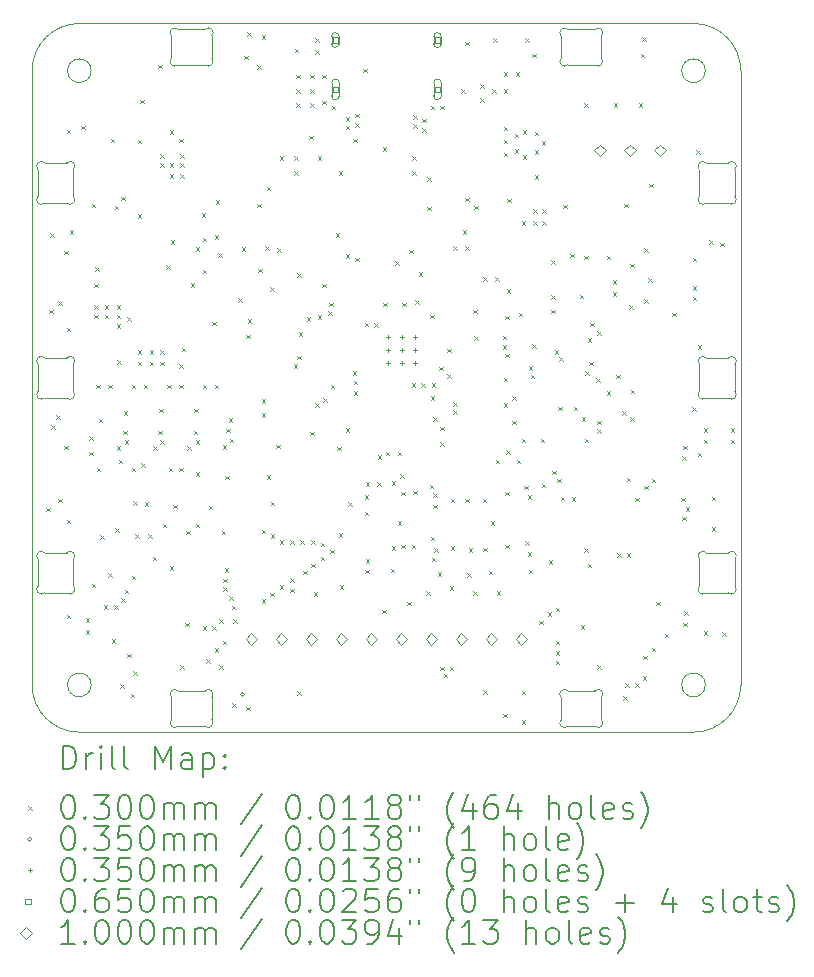
<source format=gbr>
%TF.GenerationSoftware,KiCad,Pcbnew,8.0.6*%
%TF.CreationDate,2024-11-01T16:37:06+01:00*%
%TF.ProjectId,7-REV0,372d5245-5630-42e6-9b69-6361645f7063,rev?*%
%TF.SameCoordinates,Original*%
%TF.FileFunction,Drillmap*%
%TF.FilePolarity,Positive*%
%FSLAX45Y45*%
G04 Gerber Fmt 4.5, Leading zero omitted, Abs format (unit mm)*
G04 Created by KiCad (PCBNEW 8.0.6) date 2024-11-01 16:37:06*
%MOMM*%
%LPD*%
G01*
G04 APERTURE LIST*
%ADD10C,0.050000*%
%ADD11C,0.120000*%
%ADD12C,0.200000*%
%ADD13C,0.100000*%
G04 APERTURE END LIST*
D10*
X10390000Y-12010000D02*
G75*
G02*
X9990000Y-11610000I0J400000D01*
G01*
X15690000Y-11610000D02*
G75*
G02*
X15490000Y-11610000I-100000J0D01*
G01*
X15490000Y-11610000D02*
G75*
G02*
X15690000Y-11610000I100000J0D01*
G01*
X10490000Y-6410000D02*
G75*
G02*
X10290000Y-6410000I-100000J0D01*
G01*
X10290000Y-6410000D02*
G75*
G02*
X10490000Y-6410000I100000J0D01*
G01*
X10490000Y-11610000D02*
G75*
G02*
X10290000Y-11610000I-100000J0D01*
G01*
X10290000Y-11610000D02*
G75*
G02*
X10490000Y-11610000I100000J0D01*
G01*
X15990000Y-11610000D02*
G75*
G02*
X15590000Y-12010000I-400000J0D01*
G01*
X10390000Y-12010000D02*
X15590000Y-12010000D01*
X15690000Y-6410000D02*
G75*
G02*
X15490000Y-6410000I-100000J0D01*
G01*
X15490000Y-6410000D02*
G75*
G02*
X15690000Y-6410000I100000J0D01*
G01*
X9990000Y-6410000D02*
X9990000Y-11610000D01*
X15990000Y-11610000D02*
X15990000Y-6410000D01*
X15590000Y-6010000D02*
G75*
G02*
X15990000Y-6410000I0J-400000D01*
G01*
X9990000Y-6410000D02*
G75*
G02*
X10390000Y-6010000I400000J0D01*
G01*
X10390000Y-6010000D02*
X15590000Y-6010000D01*
D11*
X11170000Y-6303431D02*
X11170000Y-6116569D01*
X11226569Y-6060000D02*
X11453431Y-6060000D01*
X11453431Y-6360000D02*
X11226569Y-6360000D01*
X11510000Y-6116569D02*
X11510000Y-6303431D01*
X11170000Y-6116569D02*
G75*
G02*
X11226569Y-6060000I28284J28284D01*
G01*
X11226569Y-6360000D02*
G75*
G02*
X11170000Y-6303431I-28284J28284D01*
G01*
X11453431Y-6060000D02*
G75*
G02*
X11510000Y-6116569I28284J-28284D01*
G01*
X11510000Y-6303431D02*
G75*
G02*
X11453431Y-6360000I-28284J-28284D01*
G01*
X14470000Y-11903431D02*
X14470000Y-11716569D01*
X14526569Y-11660000D02*
X14753431Y-11660000D01*
X14753431Y-11960000D02*
X14526569Y-11960000D01*
X14810000Y-11716569D02*
X14810000Y-11903431D01*
X14470000Y-11716569D02*
G75*
G02*
X14526569Y-11660000I28284J28284D01*
G01*
X14526569Y-11960000D02*
G75*
G02*
X14470000Y-11903431I-28284J28284D01*
G01*
X14753431Y-11660000D02*
G75*
G02*
X14810000Y-11716569I28284J-28284D01*
G01*
X14810000Y-11903431D02*
G75*
G02*
X14753431Y-11960000I-28284J-28284D01*
G01*
X10040000Y-10773431D02*
X10040000Y-10546569D01*
X10096569Y-10490000D02*
X10283431Y-10490000D01*
X10283431Y-10830000D02*
X10096569Y-10830000D01*
X10340000Y-10546569D02*
X10340000Y-10773431D01*
X10040000Y-10546569D02*
G75*
G02*
X10096569Y-10490000I28284J28284D01*
G01*
X10096569Y-10830000D02*
G75*
G02*
X10040000Y-10773431I-28284J28284D01*
G01*
X10283431Y-10490000D02*
G75*
G02*
X10340000Y-10546569I28284J-28284D01*
G01*
X10340000Y-10773431D02*
G75*
G02*
X10283431Y-10830000I-28284J-28284D01*
G01*
X14470000Y-6303431D02*
X14470000Y-6116569D01*
X14526569Y-6060000D02*
X14753431Y-6060000D01*
X14753431Y-6360000D02*
X14526569Y-6360000D01*
X14810000Y-6116569D02*
X14810000Y-6303431D01*
X14470000Y-6116569D02*
G75*
G02*
X14526569Y-6060000I28284J28284D01*
G01*
X14526569Y-6360000D02*
G75*
G02*
X14470000Y-6303431I-28284J28284D01*
G01*
X14753431Y-6060000D02*
G75*
G02*
X14810000Y-6116569I28284J-28284D01*
G01*
X14810000Y-6303431D02*
G75*
G02*
X14753431Y-6360000I-28284J-28284D01*
G01*
X15640000Y-7473431D02*
X15640000Y-7246569D01*
X15696569Y-7190000D02*
X15883431Y-7190000D01*
X15883431Y-7530000D02*
X15696569Y-7530000D01*
X15940000Y-7246569D02*
X15940000Y-7473431D01*
X15640000Y-7246569D02*
G75*
G02*
X15696569Y-7190000I28284J28284D01*
G01*
X15696569Y-7530000D02*
G75*
G02*
X15640000Y-7473431I-28284J28284D01*
G01*
X15883431Y-7190000D02*
G75*
G02*
X15940000Y-7246569I28284J-28284D01*
G01*
X15940000Y-7473431D02*
G75*
G02*
X15883431Y-7530000I-28284J-28284D01*
G01*
X11170000Y-11903431D02*
X11170000Y-11716569D01*
X11226569Y-11660000D02*
X11453431Y-11660000D01*
X11453431Y-11960000D02*
X11226569Y-11960000D01*
X11510000Y-11716569D02*
X11510000Y-11903431D01*
X11170000Y-11716569D02*
G75*
G02*
X11226569Y-11660000I28284J28284D01*
G01*
X11226569Y-11960000D02*
G75*
G02*
X11170000Y-11903431I-28284J28284D01*
G01*
X11453431Y-11660000D02*
G75*
G02*
X11510000Y-11716569I28284J-28284D01*
G01*
X11510000Y-11903431D02*
G75*
G02*
X11453431Y-11960000I-28284J-28284D01*
G01*
X10040000Y-7473431D02*
X10040000Y-7246569D01*
X10096569Y-7190000D02*
X10283431Y-7190000D01*
X10283431Y-7530000D02*
X10096569Y-7530000D01*
X10340000Y-7246569D02*
X10340000Y-7473431D01*
X10040000Y-7246569D02*
G75*
G02*
X10096569Y-7190000I28284J28284D01*
G01*
X10096569Y-7530000D02*
G75*
G02*
X10040000Y-7473431I-28284J28284D01*
G01*
X10283431Y-7190000D02*
G75*
G02*
X10340000Y-7246569I28284J-28284D01*
G01*
X10340000Y-7473431D02*
G75*
G02*
X10283431Y-7530000I-28284J-28284D01*
G01*
X10040000Y-9123431D02*
X10040000Y-8896569D01*
X10096569Y-8840000D02*
X10283431Y-8840000D01*
X10283431Y-9180000D02*
X10096569Y-9180000D01*
X10340000Y-8896569D02*
X10340000Y-9123431D01*
X10040000Y-8896569D02*
G75*
G02*
X10096569Y-8840000I28284J28284D01*
G01*
X10096569Y-9180000D02*
G75*
G02*
X10040000Y-9123431I-28284J28284D01*
G01*
X10283431Y-8840000D02*
G75*
G02*
X10340000Y-8896569I28284J-28284D01*
G01*
X10340000Y-9123431D02*
G75*
G02*
X10283431Y-9180000I-28284J-28284D01*
G01*
X15640000Y-10773431D02*
X15640000Y-10546569D01*
X15696569Y-10490000D02*
X15883431Y-10490000D01*
X15883431Y-10830000D02*
X15696569Y-10830000D01*
X15940000Y-10546569D02*
X15940000Y-10773431D01*
X15640000Y-10546569D02*
G75*
G02*
X15696569Y-10490000I28284J28284D01*
G01*
X15696569Y-10830000D02*
G75*
G02*
X15640000Y-10773431I-28284J28284D01*
G01*
X15883431Y-10490000D02*
G75*
G02*
X15940000Y-10546569I28284J-28284D01*
G01*
X15940000Y-10773431D02*
G75*
G02*
X15883431Y-10830000I-28284J-28284D01*
G01*
X15640000Y-9123431D02*
X15640000Y-8896569D01*
X15696569Y-8840000D02*
X15883431Y-8840000D01*
X15883431Y-9180000D02*
X15696569Y-9180000D01*
X15940000Y-8896569D02*
X15940000Y-9123431D01*
X15640000Y-8896569D02*
G75*
G02*
X15696569Y-8840000I28284J28284D01*
G01*
X15696569Y-9180000D02*
G75*
G02*
X15640000Y-9123431I-28284J28284D01*
G01*
X15883431Y-8840000D02*
G75*
G02*
X15940000Y-8896569I28284J-28284D01*
G01*
X15940000Y-9123431D02*
G75*
G02*
X15883431Y-9180000I-28284J-28284D01*
G01*
D12*
D13*
X10110000Y-10110000D02*
X10140000Y-10140000D01*
X10140000Y-10110000D02*
X10110000Y-10140000D01*
X10135000Y-8435000D02*
X10165000Y-8465000D01*
X10165000Y-8435000D02*
X10135000Y-8465000D01*
X10145000Y-7785000D02*
X10175000Y-7815000D01*
X10175000Y-7785000D02*
X10145000Y-7815000D01*
X10150000Y-9410000D02*
X10180000Y-9440000D01*
X10180000Y-9410000D02*
X10150000Y-9440000D01*
X10195000Y-9325000D02*
X10225000Y-9355000D01*
X10225000Y-9325000D02*
X10195000Y-9355000D01*
X10210000Y-8360000D02*
X10240000Y-8390000D01*
X10240000Y-8360000D02*
X10210000Y-8390000D01*
X10210000Y-10035000D02*
X10240000Y-10065000D01*
X10240000Y-10035000D02*
X10210000Y-10065000D01*
X10260000Y-7935000D02*
X10290000Y-7965000D01*
X10290000Y-7935000D02*
X10260000Y-7965000D01*
X10260000Y-9585000D02*
X10290000Y-9615000D01*
X10290000Y-9585000D02*
X10260000Y-9615000D01*
X10285000Y-6910000D02*
X10315000Y-6940000D01*
X10315000Y-6910000D02*
X10285000Y-6940000D01*
X10285000Y-8585000D02*
X10315000Y-8615000D01*
X10315000Y-8585000D02*
X10285000Y-8615000D01*
X10285000Y-10210000D02*
X10315000Y-10240000D01*
X10315000Y-10210000D02*
X10285000Y-10240000D01*
X10285000Y-11015000D02*
X10315000Y-11045000D01*
X10315000Y-11015000D02*
X10285000Y-11045000D01*
X10310000Y-7760000D02*
X10340000Y-7790000D01*
X10340000Y-7760000D02*
X10310000Y-7790000D01*
X10405000Y-6875000D02*
X10435000Y-6905000D01*
X10435000Y-6875000D02*
X10405000Y-6905000D01*
X10445000Y-11045000D02*
X10475000Y-11075000D01*
X10475000Y-11045000D02*
X10445000Y-11075000D01*
X10445000Y-11145000D02*
X10475000Y-11175000D01*
X10475000Y-11145000D02*
X10445000Y-11175000D01*
X10475000Y-9505000D02*
X10505000Y-9535000D01*
X10505000Y-9505000D02*
X10475000Y-9535000D01*
X10475000Y-9635000D02*
X10505000Y-9665000D01*
X10505000Y-9635000D02*
X10475000Y-9665000D01*
X10495000Y-7535000D02*
X10525000Y-7565000D01*
X10525000Y-7535000D02*
X10495000Y-7565000D01*
X10495000Y-10755000D02*
X10525000Y-10785000D01*
X10525000Y-10755000D02*
X10495000Y-10785000D01*
X10515000Y-8215000D02*
X10545000Y-8245000D01*
X10545000Y-8215000D02*
X10515000Y-8245000D01*
X10515000Y-8395000D02*
X10545000Y-8425000D01*
X10545000Y-8395000D02*
X10515000Y-8425000D01*
X10515000Y-8475000D02*
X10545000Y-8505000D01*
X10545000Y-8475000D02*
X10515000Y-8505000D01*
X10525000Y-8075000D02*
X10555000Y-8105000D01*
X10555000Y-8075000D02*
X10525000Y-8105000D01*
X10535000Y-9070000D02*
X10565000Y-9100000D01*
X10565000Y-9070000D02*
X10535000Y-9100000D01*
X10536500Y-9770000D02*
X10566500Y-9800000D01*
X10566500Y-9770000D02*
X10536500Y-9800000D01*
X10555000Y-9355000D02*
X10585000Y-9385000D01*
X10585000Y-9355000D02*
X10555000Y-9385000D01*
X10565000Y-10345000D02*
X10595000Y-10375000D01*
X10595000Y-10345000D02*
X10565000Y-10375000D01*
X10595000Y-10935000D02*
X10625000Y-10965000D01*
X10625000Y-10935000D02*
X10595000Y-10965000D01*
X10605000Y-8395000D02*
X10635000Y-8425000D01*
X10635000Y-8395000D02*
X10605000Y-8425000D01*
X10605000Y-8475000D02*
X10635000Y-8505000D01*
X10635000Y-8475000D02*
X10605000Y-8505000D01*
X10635000Y-9070000D02*
X10665000Y-9100000D01*
X10665000Y-9070000D02*
X10635000Y-9100000D01*
X10635000Y-10665000D02*
X10665000Y-10695000D01*
X10665000Y-10665000D02*
X10635000Y-10695000D01*
X10655000Y-6985000D02*
X10685000Y-7015000D01*
X10685000Y-6985000D02*
X10655000Y-7015000D01*
X10665000Y-11225000D02*
X10695000Y-11255000D01*
X10695000Y-11225000D02*
X10665000Y-11255000D01*
X10685000Y-10935000D02*
X10715000Y-10965000D01*
X10715000Y-10935000D02*
X10685000Y-10965000D01*
X10690000Y-7555000D02*
X10720000Y-7585000D01*
X10720000Y-7555000D02*
X10690000Y-7585000D01*
X10695000Y-10285000D02*
X10725000Y-10315000D01*
X10725000Y-10285000D02*
X10695000Y-10315000D01*
X10705000Y-8395000D02*
X10735000Y-8425000D01*
X10735000Y-8395000D02*
X10705000Y-8425000D01*
X10705000Y-8475000D02*
X10735000Y-8505000D01*
X10735000Y-8475000D02*
X10705000Y-8505000D01*
X10705000Y-8555000D02*
X10735000Y-8585000D01*
X10735000Y-8555000D02*
X10705000Y-8585000D01*
X10705000Y-9590000D02*
X10735000Y-9620000D01*
X10735000Y-9590000D02*
X10705000Y-9620000D01*
X10710000Y-8860000D02*
X10740000Y-8890000D01*
X10740000Y-8860000D02*
X10710000Y-8890000D01*
X10725000Y-9705000D02*
X10755000Y-9735000D01*
X10755000Y-9705000D02*
X10725000Y-9735000D01*
X10735000Y-11605000D02*
X10765000Y-11635000D01*
X10765000Y-11605000D02*
X10735000Y-11635000D01*
X10745000Y-7475000D02*
X10775000Y-7505000D01*
X10775000Y-7475000D02*
X10745000Y-7505000D01*
X10745000Y-10875000D02*
X10775000Y-10905000D01*
X10775000Y-10875000D02*
X10745000Y-10905000D01*
X10760000Y-9460000D02*
X10790000Y-9490000D01*
X10790000Y-9460000D02*
X10760000Y-9490000D01*
X10765000Y-9295000D02*
X10795000Y-9325000D01*
X10795000Y-9295000D02*
X10765000Y-9325000D01*
X10775000Y-9540000D02*
X10805000Y-9570000D01*
X10805000Y-9540000D02*
X10775000Y-9570000D01*
X10775000Y-10805000D02*
X10805000Y-10835000D01*
X10805000Y-10805000D02*
X10775000Y-10835000D01*
X10795000Y-8495000D02*
X10825000Y-8525000D01*
X10825000Y-8495000D02*
X10795000Y-8525000D01*
X10795000Y-11345000D02*
X10825000Y-11375000D01*
X10825000Y-11345000D02*
X10795000Y-11375000D01*
X10825000Y-11685000D02*
X10855000Y-11715000D01*
X10855000Y-11685000D02*
X10825000Y-11715000D01*
X10835000Y-9070000D02*
X10865000Y-9100000D01*
X10865000Y-9070000D02*
X10835000Y-9100000D01*
X10835000Y-9770000D02*
X10865000Y-9800000D01*
X10865000Y-9770000D02*
X10835000Y-9800000D01*
X10835000Y-10685000D02*
X10865000Y-10715000D01*
X10865000Y-10685000D02*
X10835000Y-10715000D01*
X10845000Y-10055000D02*
X10875000Y-10085000D01*
X10875000Y-10055000D02*
X10845000Y-10085000D01*
X10845000Y-11495000D02*
X10875000Y-11525000D01*
X10875000Y-11495000D02*
X10845000Y-11525000D01*
X10865000Y-10335000D02*
X10895000Y-10365000D01*
X10895000Y-10335000D02*
X10865000Y-10365000D01*
X10885000Y-6995000D02*
X10915000Y-7025000D01*
X10915000Y-6995000D02*
X10885000Y-7025000D01*
X10885000Y-7625000D02*
X10915000Y-7655000D01*
X10915000Y-7625000D02*
X10885000Y-7655000D01*
X10885000Y-8775000D02*
X10915000Y-8805000D01*
X10915000Y-8775000D02*
X10885000Y-8805000D01*
X10885000Y-8875000D02*
X10915000Y-8905000D01*
X10915000Y-8875000D02*
X10885000Y-8905000D01*
X10905000Y-6655000D02*
X10935000Y-6685000D01*
X10935000Y-6655000D02*
X10905000Y-6685000D01*
X10915000Y-9735000D02*
X10945000Y-9765000D01*
X10945000Y-9735000D02*
X10915000Y-9765000D01*
X10935000Y-9070000D02*
X10965000Y-9100000D01*
X10965000Y-9070000D02*
X10935000Y-9100000D01*
X10945000Y-10065000D02*
X10975000Y-10095000D01*
X10975000Y-10065000D02*
X10945000Y-10095000D01*
X10975000Y-10335000D02*
X11005000Y-10365000D01*
X11005000Y-10335000D02*
X10975000Y-10365000D01*
X10985000Y-8775000D02*
X11015000Y-8805000D01*
X11015000Y-8775000D02*
X10985000Y-8805000D01*
X10985000Y-8875000D02*
X11015000Y-8905000D01*
X11015000Y-8875000D02*
X10985000Y-8905000D01*
X11010000Y-10525000D02*
X11040000Y-10555000D01*
X11040000Y-10525000D02*
X11010000Y-10555000D01*
X11015000Y-9590000D02*
X11045000Y-9620000D01*
X11045000Y-9590000D02*
X11015000Y-9620000D01*
X11060000Y-6360000D02*
X11090000Y-6390000D01*
X11090000Y-6360000D02*
X11060000Y-6390000D01*
X11060000Y-9460000D02*
X11090000Y-9490000D01*
X11090000Y-9460000D02*
X11060000Y-9490000D01*
X11065000Y-9270000D02*
X11095000Y-9300000D01*
X11095000Y-9270000D02*
X11065000Y-9300000D01*
X11075000Y-7115000D02*
X11105000Y-7145000D01*
X11105000Y-7115000D02*
X11075000Y-7145000D01*
X11075000Y-7195000D02*
X11105000Y-7225000D01*
X11105000Y-7195000D02*
X11075000Y-7225000D01*
X11075000Y-8775000D02*
X11105000Y-8805000D01*
X11105000Y-8775000D02*
X11075000Y-8805000D01*
X11075000Y-8875000D02*
X11105000Y-8905000D01*
X11105000Y-8875000D02*
X11075000Y-8905000D01*
X11075000Y-9540000D02*
X11105000Y-9570000D01*
X11105000Y-9540000D02*
X11075000Y-9570000D01*
X11096500Y-10245000D02*
X11126500Y-10275000D01*
X11126500Y-10245000D02*
X11096500Y-10275000D01*
X11125000Y-8055000D02*
X11155000Y-8085000D01*
X11155000Y-8055000D02*
X11125000Y-8085000D01*
X11135000Y-9070000D02*
X11165000Y-9100000D01*
X11165000Y-9070000D02*
X11135000Y-9100000D01*
X11145000Y-9770000D02*
X11175000Y-9800000D01*
X11175000Y-9770000D02*
X11145000Y-9800000D01*
X11155000Y-6915000D02*
X11185000Y-6945000D01*
X11185000Y-6915000D02*
X11155000Y-6945000D01*
X11155000Y-7195000D02*
X11185000Y-7225000D01*
X11185000Y-7195000D02*
X11155000Y-7225000D01*
X11155000Y-7285000D02*
X11185000Y-7315000D01*
X11185000Y-7285000D02*
X11155000Y-7315000D01*
X11155000Y-10605000D02*
X11185000Y-10635000D01*
X11185000Y-10605000D02*
X11155000Y-10635000D01*
X11165000Y-7845000D02*
X11195000Y-7875000D01*
X11195000Y-7845000D02*
X11165000Y-7875000D01*
X11185000Y-10085000D02*
X11215000Y-10115000D01*
X11215000Y-10085000D02*
X11185000Y-10115000D01*
X11235000Y-6985000D02*
X11265000Y-7015000D01*
X11265000Y-6985000D02*
X11235000Y-7015000D01*
X11235000Y-8895000D02*
X11265000Y-8925000D01*
X11265000Y-8895000D02*
X11235000Y-8925000D01*
X11235000Y-9070000D02*
X11265000Y-9100000D01*
X11265000Y-9070000D02*
X11235000Y-9100000D01*
X11235000Y-9770000D02*
X11265000Y-9800000D01*
X11265000Y-9770000D02*
X11235000Y-9800000D01*
X11245000Y-7115000D02*
X11275000Y-7145000D01*
X11275000Y-7115000D02*
X11245000Y-7145000D01*
X11245000Y-7195000D02*
X11275000Y-7225000D01*
X11275000Y-7195000D02*
X11245000Y-7225000D01*
X11245000Y-7285000D02*
X11275000Y-7315000D01*
X11275000Y-7285000D02*
X11245000Y-7315000D01*
X11245000Y-11445000D02*
X11275000Y-11475000D01*
X11275000Y-11445000D02*
X11245000Y-11475000D01*
X11255000Y-8755000D02*
X11285000Y-8785000D01*
X11285000Y-8755000D02*
X11255000Y-8785000D01*
X11285000Y-11085000D02*
X11315000Y-11115000D01*
X11315000Y-11085000D02*
X11285000Y-11115000D01*
X11295000Y-10305000D02*
X11325000Y-10335000D01*
X11325000Y-10305000D02*
X11295000Y-10335000D01*
X11305000Y-9590000D02*
X11335000Y-9620000D01*
X11335000Y-9590000D02*
X11305000Y-9620000D01*
X11335000Y-8210000D02*
X11365000Y-8240000D01*
X11365000Y-8210000D02*
X11335000Y-8240000D01*
X11360000Y-9460000D02*
X11390000Y-9490000D01*
X11390000Y-9460000D02*
X11360000Y-9490000D01*
X11365000Y-9270000D02*
X11395000Y-9300000D01*
X11395000Y-9270000D02*
X11365000Y-9300000D01*
X11375000Y-9540000D02*
X11405000Y-9570000D01*
X11405000Y-9540000D02*
X11375000Y-9570000D01*
X11375000Y-7905000D02*
X11405000Y-7935000D01*
X11405000Y-7905000D02*
X11375000Y-7935000D01*
X11375000Y-9810000D02*
X11405000Y-9840000D01*
X11405000Y-9810000D02*
X11375000Y-9840000D01*
X11375000Y-10245000D02*
X11405000Y-10275000D01*
X11405000Y-10245000D02*
X11375000Y-10275000D01*
X11425000Y-7615000D02*
X11455000Y-7645000D01*
X11455000Y-7615000D02*
X11425000Y-7645000D01*
X11435000Y-7825000D02*
X11465000Y-7855000D01*
X11465000Y-7825000D02*
X11435000Y-7855000D01*
X11435000Y-8095000D02*
X11465000Y-8125000D01*
X11465000Y-8095000D02*
X11435000Y-8125000D01*
X11435000Y-9070000D02*
X11465000Y-9100000D01*
X11465000Y-9070000D02*
X11435000Y-9100000D01*
X11435000Y-11115000D02*
X11465000Y-11145000D01*
X11465000Y-11115000D02*
X11435000Y-11145000D01*
X11465000Y-11395000D02*
X11495000Y-11425000D01*
X11495000Y-11395000D02*
X11465000Y-11425000D01*
X11485000Y-10095000D02*
X11515000Y-10125000D01*
X11515000Y-10095000D02*
X11485000Y-10125000D01*
X11515000Y-8535000D02*
X11545000Y-8565000D01*
X11545000Y-8535000D02*
X11515000Y-8565000D01*
X11515000Y-11115000D02*
X11545000Y-11145000D01*
X11545000Y-11115000D02*
X11515000Y-11145000D01*
X11535000Y-7805000D02*
X11565000Y-7835000D01*
X11565000Y-7805000D02*
X11535000Y-7835000D01*
X11535000Y-9070000D02*
X11565000Y-9100000D01*
X11565000Y-9070000D02*
X11535000Y-9100000D01*
X11535000Y-11297500D02*
X11565000Y-11327500D01*
X11565000Y-11297500D02*
X11535000Y-11327500D01*
X11545000Y-7505000D02*
X11575000Y-7535000D01*
X11575000Y-7505000D02*
X11545000Y-7535000D01*
X11565000Y-7955000D02*
X11595000Y-7985000D01*
X11595000Y-7955000D02*
X11565000Y-7985000D01*
X11575000Y-11055000D02*
X11605000Y-11085000D01*
X11605000Y-11055000D02*
X11575000Y-11085000D01*
X11575000Y-11445000D02*
X11605000Y-11475000D01*
X11605000Y-11445000D02*
X11575000Y-11475000D01*
X11595000Y-10305000D02*
X11625000Y-10335000D01*
X11625000Y-10305000D02*
X11595000Y-10335000D01*
X11605000Y-9580000D02*
X11635000Y-9610000D01*
X11635000Y-9580000D02*
X11605000Y-9610000D01*
X11605000Y-11235000D02*
X11635000Y-11265000D01*
X11635000Y-11235000D02*
X11605000Y-11265000D01*
X11610000Y-10710000D02*
X11640000Y-10740000D01*
X11640000Y-10710000D02*
X11610000Y-10740000D01*
X11610000Y-10785000D02*
X11640000Y-10815000D01*
X11640000Y-10785000D02*
X11610000Y-10815000D01*
X11622500Y-10622500D02*
X11652500Y-10652500D01*
X11652500Y-10622500D02*
X11622500Y-10652500D01*
X11625000Y-9840000D02*
X11655000Y-9870000D01*
X11655000Y-9840000D02*
X11625000Y-9870000D01*
X11635000Y-9440000D02*
X11665000Y-9470000D01*
X11665000Y-9440000D02*
X11635000Y-9470000D01*
X11655000Y-9350000D02*
X11685000Y-9380000D01*
X11685000Y-9350000D02*
X11655000Y-9380000D01*
X11660000Y-10860000D02*
X11690000Y-10890000D01*
X11690000Y-10860000D02*
X11660000Y-10890000D01*
X11665000Y-9525000D02*
X11695000Y-9555000D01*
X11695000Y-9525000D02*
X11665000Y-9555000D01*
X11680000Y-10940000D02*
X11710000Y-10970000D01*
X11710000Y-10940000D02*
X11680000Y-10970000D01*
X11685000Y-11765000D02*
X11715000Y-11795000D01*
X11715000Y-11765000D02*
X11685000Y-11795000D01*
X11695000Y-11055000D02*
X11725000Y-11085000D01*
X11725000Y-11055000D02*
X11695000Y-11085000D01*
X11735000Y-8334000D02*
X11765000Y-8364000D01*
X11765000Y-8334000D02*
X11735000Y-8364000D01*
X11765000Y-7905000D02*
X11795000Y-7935000D01*
X11795000Y-7905000D02*
X11765000Y-7935000D01*
X11785000Y-6285000D02*
X11815000Y-6315000D01*
X11815000Y-6285000D02*
X11785000Y-6315000D01*
X11805000Y-8645000D02*
X11835000Y-8675000D01*
X11835000Y-8645000D02*
X11805000Y-8675000D01*
X11805000Y-11795000D02*
X11835000Y-11825000D01*
X11835000Y-11795000D02*
X11805000Y-11825000D01*
X11810000Y-6085000D02*
X11840000Y-6115000D01*
X11840000Y-6085000D02*
X11810000Y-6115000D01*
X11815000Y-8515000D02*
X11845000Y-8545000D01*
X11845000Y-8515000D02*
X11815000Y-8545000D01*
X11895000Y-6365000D02*
X11925000Y-6395000D01*
X11925000Y-6365000D02*
X11895000Y-6395000D01*
X11895000Y-7535000D02*
X11925000Y-7565000D01*
X11925000Y-7535000D02*
X11895000Y-7565000D01*
X11905000Y-8085000D02*
X11935000Y-8115000D01*
X11935000Y-8085000D02*
X11905000Y-8115000D01*
X11935000Y-6110000D02*
X11965000Y-6140000D01*
X11965000Y-6110000D02*
X11935000Y-6140000D01*
X11935000Y-9190000D02*
X11965000Y-9220000D01*
X11965000Y-9190000D02*
X11935000Y-9220000D01*
X11935000Y-9310000D02*
X11965000Y-9340000D01*
X11965000Y-9310000D02*
X11935000Y-9340000D01*
X11935000Y-10295000D02*
X11965000Y-10325000D01*
X11965000Y-10295000D02*
X11935000Y-10325000D01*
X11935000Y-10885000D02*
X11965000Y-10915000D01*
X11965000Y-10885000D02*
X11935000Y-10915000D01*
X11965000Y-7895000D02*
X11995000Y-7925000D01*
X11995000Y-7895000D02*
X11965000Y-7925000D01*
X11975000Y-7392500D02*
X12005000Y-7422500D01*
X12005000Y-7392500D02*
X11975000Y-7422500D01*
X11975000Y-9835000D02*
X12005000Y-9865000D01*
X12005000Y-9835000D02*
X11975000Y-9865000D01*
X12005000Y-8245000D02*
X12035000Y-8275000D01*
X12035000Y-8245000D02*
X12005000Y-8275000D01*
X12005000Y-10829760D02*
X12035000Y-10859760D01*
X12035000Y-10829760D02*
X12005000Y-10859760D01*
X12010000Y-10060000D02*
X12040000Y-10090000D01*
X12040000Y-10060000D02*
X12010000Y-10090000D01*
X12010000Y-10335000D02*
X12040000Y-10365000D01*
X12040000Y-10335000D02*
X12010000Y-10365000D01*
X12055000Y-9575000D02*
X12085000Y-9605000D01*
X12085000Y-9575000D02*
X12055000Y-9605000D01*
X12065000Y-7915000D02*
X12095000Y-7945000D01*
X12095000Y-7915000D02*
X12065000Y-7945000D01*
X12085000Y-7135000D02*
X12115000Y-7165000D01*
X12115000Y-7135000D02*
X12085000Y-7165000D01*
X12085000Y-10385000D02*
X12115000Y-10415000D01*
X12115000Y-10385000D02*
X12085000Y-10415000D01*
X12085000Y-10765000D02*
X12115000Y-10795000D01*
X12115000Y-10765000D02*
X12085000Y-10795000D01*
X12175000Y-10385000D02*
X12205000Y-10415000D01*
X12205000Y-10385000D02*
X12175000Y-10415000D01*
X12175000Y-10705000D02*
X12205000Y-10735000D01*
X12205000Y-10705000D02*
X12175000Y-10735000D01*
X12175000Y-10795000D02*
X12205000Y-10825000D01*
X12205000Y-10795000D02*
X12175000Y-10825000D01*
X12205000Y-8895000D02*
X12235000Y-8925000D01*
X12235000Y-8895000D02*
X12205000Y-8925000D01*
X12210000Y-7135000D02*
X12240000Y-7165000D01*
X12240000Y-7135000D02*
X12210000Y-7165000D01*
X12210000Y-7260000D02*
X12240000Y-7290000D01*
X12240000Y-7260000D02*
X12210000Y-7290000D01*
X12215000Y-6225000D02*
X12245000Y-6255000D01*
X12245000Y-6225000D02*
X12215000Y-6255000D01*
X12225000Y-6445000D02*
X12255000Y-6475000D01*
X12255000Y-6445000D02*
X12225000Y-6475000D01*
X12225000Y-6565000D02*
X12255000Y-6595000D01*
X12255000Y-6565000D02*
X12225000Y-6595000D01*
X12225000Y-6685000D02*
X12255000Y-6715000D01*
X12255000Y-6685000D02*
X12225000Y-6715000D01*
X12235000Y-8125000D02*
X12265000Y-8155000D01*
X12265000Y-8125000D02*
X12235000Y-8155000D01*
X12235000Y-8825000D02*
X12265000Y-8855000D01*
X12265000Y-8825000D02*
X12235000Y-8855000D01*
X12235000Y-11665000D02*
X12265000Y-11695000D01*
X12265000Y-11665000D02*
X12235000Y-11695000D01*
X12247500Y-8622500D02*
X12277500Y-8652500D01*
X12277500Y-8622500D02*
X12247500Y-8652500D01*
X12260000Y-10385000D02*
X12290000Y-10415000D01*
X12290000Y-10385000D02*
X12260000Y-10415000D01*
X12285000Y-10645000D02*
X12315000Y-10675000D01*
X12315000Y-10645000D02*
X12285000Y-10675000D01*
X12315000Y-8495000D02*
X12345000Y-8525000D01*
X12345000Y-8495000D02*
X12315000Y-8525000D01*
X12335000Y-6960000D02*
X12365000Y-6990000D01*
X12365000Y-6960000D02*
X12335000Y-6990000D01*
X12345000Y-6445000D02*
X12375000Y-6475000D01*
X12375000Y-6445000D02*
X12345000Y-6475000D01*
X12345000Y-6565000D02*
X12375000Y-6595000D01*
X12375000Y-6565000D02*
X12345000Y-6595000D01*
X12345000Y-6685000D02*
X12375000Y-6715000D01*
X12375000Y-6685000D02*
X12345000Y-6715000D01*
X12345000Y-9465000D02*
X12375000Y-9495000D01*
X12375000Y-9465000D02*
X12345000Y-9495000D01*
X12355000Y-10385000D02*
X12385000Y-10415000D01*
X12385000Y-10385000D02*
X12355000Y-10415000D01*
X12355000Y-10585000D02*
X12385000Y-10615000D01*
X12385000Y-10585000D02*
X12355000Y-10615000D01*
X12375000Y-10825000D02*
X12405000Y-10855000D01*
X12405000Y-10825000D02*
X12375000Y-10855000D01*
X12385000Y-6135000D02*
X12415000Y-6165000D01*
X12415000Y-6135000D02*
X12385000Y-6165000D01*
X12385000Y-6235000D02*
X12415000Y-6265000D01*
X12415000Y-6235000D02*
X12385000Y-6265000D01*
X12385000Y-9225000D02*
X12415000Y-9255000D01*
X12415000Y-9225000D02*
X12385000Y-9255000D01*
X12410000Y-7135000D02*
X12440000Y-7165000D01*
X12440000Y-7135000D02*
X12410000Y-7165000D01*
X12410000Y-8480000D02*
X12440000Y-8510000D01*
X12440000Y-8480000D02*
X12410000Y-8510000D01*
X12435000Y-10405000D02*
X12465000Y-10435000D01*
X12465000Y-10405000D02*
X12435000Y-10435000D01*
X12435000Y-10525000D02*
X12465000Y-10555000D01*
X12465000Y-10525000D02*
X12435000Y-10555000D01*
X12445000Y-6445000D02*
X12475000Y-6475000D01*
X12475000Y-6445000D02*
X12445000Y-6475000D01*
X12445000Y-6665000D02*
X12475000Y-6695000D01*
X12475000Y-6665000D02*
X12445000Y-6695000D01*
X12445000Y-8215000D02*
X12475000Y-8245000D01*
X12475000Y-8215000D02*
X12445000Y-8245000D01*
X12455000Y-9185000D02*
X12485000Y-9215000D01*
X12485000Y-9185000D02*
X12455000Y-9215000D01*
X12495000Y-8445000D02*
X12525000Y-8475000D01*
X12525000Y-8445000D02*
X12495000Y-8475000D01*
X12505000Y-8375000D02*
X12535000Y-8405000D01*
X12535000Y-8375000D02*
X12505000Y-8405000D01*
X12515000Y-10465000D02*
X12545000Y-10495000D01*
X12545000Y-10465000D02*
X12515000Y-10495000D01*
X12519503Y-9069503D02*
X12549503Y-9099503D01*
X12549503Y-9069503D02*
X12519503Y-9099503D01*
X12525000Y-6705000D02*
X12555000Y-6735000D01*
X12555000Y-6705000D02*
X12525000Y-6735000D01*
X12560000Y-7785000D02*
X12590000Y-7815000D01*
X12590000Y-7785000D02*
X12560000Y-7815000D01*
X12575000Y-9595000D02*
X12605000Y-9625000D01*
X12605000Y-9595000D02*
X12575000Y-9625000D01*
X12585000Y-7260000D02*
X12615000Y-7290000D01*
X12615000Y-7260000D02*
X12585000Y-7290000D01*
X12585000Y-10325000D02*
X12615000Y-10355000D01*
X12615000Y-10325000D02*
X12585000Y-10355000D01*
X12595000Y-10765000D02*
X12625000Y-10795000D01*
X12625000Y-10765000D02*
X12595000Y-10795000D01*
X12645000Y-6805000D02*
X12675000Y-6835000D01*
X12675000Y-6805000D02*
X12645000Y-6835000D01*
X12645000Y-6875000D02*
X12675000Y-6905000D01*
X12675000Y-6875000D02*
X12645000Y-6905000D01*
X12645000Y-7965000D02*
X12675000Y-7995000D01*
X12675000Y-7965000D02*
X12645000Y-7995000D01*
X12645000Y-9435000D02*
X12675000Y-9465000D01*
X12675000Y-9435000D02*
X12645000Y-9465000D01*
X12665000Y-10065000D02*
X12695000Y-10095000D01*
X12695000Y-10065000D02*
X12665000Y-10095000D01*
X12705000Y-8955000D02*
X12735000Y-8985000D01*
X12735000Y-8955000D02*
X12705000Y-8985000D01*
X12710000Y-6985000D02*
X12740000Y-7015000D01*
X12740000Y-6985000D02*
X12710000Y-7015000D01*
X12715000Y-9035000D02*
X12745000Y-9065000D01*
X12745000Y-9035000D02*
X12715000Y-9065000D01*
X12715000Y-9125000D02*
X12745000Y-9155000D01*
X12745000Y-9125000D02*
X12715000Y-9155000D01*
X12725000Y-6775000D02*
X12755000Y-6805000D01*
X12755000Y-6775000D02*
X12725000Y-6805000D01*
X12725000Y-6855000D02*
X12755000Y-6885000D01*
X12755000Y-6855000D02*
X12725000Y-6885000D01*
X12725000Y-7995000D02*
X12755000Y-8025000D01*
X12755000Y-7995000D02*
X12725000Y-8025000D01*
X12795000Y-6395000D02*
X12825000Y-6425000D01*
X12825000Y-6395000D02*
X12795000Y-6425000D01*
X12805000Y-8545000D02*
X12835000Y-8575000D01*
X12835000Y-8545000D02*
X12805000Y-8575000D01*
X12805000Y-10005000D02*
X12835000Y-10035000D01*
X12835000Y-10005000D02*
X12805000Y-10035000D01*
X12805000Y-10145000D02*
X12835000Y-10175000D01*
X12835000Y-10145000D02*
X12805000Y-10175000D01*
X12810000Y-10635000D02*
X12840000Y-10665000D01*
X12840000Y-10635000D02*
X12810000Y-10665000D01*
X12815000Y-9895000D02*
X12845000Y-9925000D01*
X12845000Y-9895000D02*
X12815000Y-9925000D01*
X12815000Y-10545000D02*
X12845000Y-10575000D01*
X12845000Y-10545000D02*
X12815000Y-10575000D01*
X12887500Y-8547500D02*
X12917500Y-8577500D01*
X12917500Y-8547500D02*
X12887500Y-8577500D01*
X12910000Y-9895000D02*
X12940000Y-9925000D01*
X12940000Y-9895000D02*
X12910000Y-9925000D01*
X12915000Y-9665000D02*
X12945000Y-9695000D01*
X12945000Y-9665000D02*
X12915000Y-9695000D01*
X12955000Y-10975000D02*
X12985000Y-11005000D01*
X12985000Y-10975000D02*
X12955000Y-11005000D01*
X12960000Y-7060000D02*
X12990000Y-7090000D01*
X12990000Y-7060000D02*
X12960000Y-7090000D01*
X12965000Y-8375000D02*
X12995000Y-8405000D01*
X12995000Y-8375000D02*
X12965000Y-8405000D01*
X12985000Y-9635000D02*
X13015000Y-9665000D01*
X13015000Y-9635000D02*
X12985000Y-9665000D01*
X13025000Y-10625000D02*
X13055000Y-10655000D01*
X13055000Y-10625000D02*
X13025000Y-10655000D01*
X13035000Y-9885000D02*
X13065000Y-9915000D01*
X13065000Y-9885000D02*
X13035000Y-9915000D01*
X13035000Y-10435000D02*
X13065000Y-10465000D01*
X13065000Y-10435000D02*
X13035000Y-10465000D01*
X13065000Y-8025000D02*
X13095000Y-8055000D01*
X13095000Y-8025000D02*
X13065000Y-8055000D01*
X13085000Y-9635000D02*
X13115000Y-9665000D01*
X13115000Y-9635000D02*
X13085000Y-9665000D01*
X13085000Y-10225000D02*
X13115000Y-10255000D01*
X13115000Y-10225000D02*
X13085000Y-10255000D01*
X13105000Y-9825000D02*
X13135000Y-9855000D01*
X13135000Y-9825000D02*
X13105000Y-9855000D01*
X13115000Y-9975000D02*
X13145000Y-10005000D01*
X13145000Y-9975000D02*
X13115000Y-10005000D01*
X13115000Y-10425000D02*
X13145000Y-10455000D01*
X13145000Y-10425000D02*
X13115000Y-10455000D01*
X13125000Y-8375000D02*
X13155000Y-8405000D01*
X13155000Y-8375000D02*
X13125000Y-8405000D01*
X13165000Y-10905000D02*
X13195000Y-10935000D01*
X13195000Y-10905000D02*
X13165000Y-10935000D01*
X13185000Y-7925000D02*
X13215000Y-7955000D01*
X13215000Y-7925000D02*
X13185000Y-7955000D01*
X13205000Y-9055000D02*
X13235000Y-9085000D01*
X13235000Y-9055000D02*
X13205000Y-9085000D01*
X13205000Y-10425000D02*
X13235000Y-10455000D01*
X13235000Y-10425000D02*
X13205000Y-10455000D01*
X13210000Y-7135000D02*
X13240000Y-7165000D01*
X13240000Y-7135000D02*
X13210000Y-7165000D01*
X13210000Y-7260000D02*
X13240000Y-7290000D01*
X13240000Y-7260000D02*
X13210000Y-7290000D01*
X13215000Y-6785000D02*
X13245000Y-6815000D01*
X13245000Y-6785000D02*
X13215000Y-6815000D01*
X13215000Y-6865000D02*
X13245000Y-6895000D01*
X13245000Y-6865000D02*
X13215000Y-6895000D01*
X13215000Y-9965000D02*
X13245000Y-9995000D01*
X13245000Y-9965000D02*
X13215000Y-9995000D01*
X13235000Y-8355000D02*
X13265000Y-8385000D01*
X13265000Y-8355000D02*
X13235000Y-8385000D01*
X13265000Y-8115000D02*
X13295000Y-8145000D01*
X13295000Y-8115000D02*
X13265000Y-8145000D01*
X13285000Y-9055000D02*
X13315000Y-9085000D01*
X13315000Y-9055000D02*
X13285000Y-9085000D01*
X13295000Y-6815000D02*
X13325000Y-6845000D01*
X13325000Y-6815000D02*
X13295000Y-6845000D01*
X13295000Y-6895000D02*
X13325000Y-6925000D01*
X13325000Y-6895000D02*
X13295000Y-6925000D01*
X13325000Y-10815000D02*
X13355000Y-10845000D01*
X13355000Y-10815000D02*
X13325000Y-10845000D01*
X13335000Y-7310000D02*
X13365000Y-7340000D01*
X13365000Y-7310000D02*
X13335000Y-7340000D01*
X13335000Y-7560000D02*
X13365000Y-7590000D01*
X13365000Y-7560000D02*
X13335000Y-7590000D01*
X13355000Y-9915000D02*
X13385000Y-9945000D01*
X13385000Y-9915000D02*
X13355000Y-9945000D01*
X13362500Y-8475000D02*
X13392500Y-8505000D01*
X13392500Y-8475000D02*
X13362500Y-8505000D01*
X13365000Y-6705000D02*
X13395000Y-6735000D01*
X13395000Y-6705000D02*
X13365000Y-6735000D01*
X13365000Y-9165000D02*
X13395000Y-9195000D01*
X13395000Y-9165000D02*
X13365000Y-9195000D01*
X13365000Y-10355000D02*
X13395000Y-10385000D01*
X13395000Y-10355000D02*
X13365000Y-10385000D01*
X13375000Y-9055000D02*
X13405000Y-9085000D01*
X13405000Y-9055000D02*
X13375000Y-9085000D01*
X13375000Y-10535000D02*
X13405000Y-10565000D01*
X13405000Y-10535000D02*
X13375000Y-10565000D01*
X13385000Y-9345000D02*
X13415000Y-9375000D01*
X13415000Y-9345000D02*
X13385000Y-9375000D01*
X13385000Y-9985000D02*
X13415000Y-10015000D01*
X13415000Y-9985000D02*
X13385000Y-10015000D01*
X13385000Y-10085000D02*
X13415000Y-10115000D01*
X13415000Y-10085000D02*
X13385000Y-10115000D01*
X13395000Y-10455000D02*
X13425000Y-10485000D01*
X13425000Y-10455000D02*
X13395000Y-10485000D01*
X13425000Y-10655000D02*
X13455000Y-10685000D01*
X13455000Y-10655000D02*
X13425000Y-10685000D01*
X13435000Y-8915000D02*
X13465000Y-8945000D01*
X13465000Y-8915000D02*
X13435000Y-8945000D01*
X13445000Y-6705000D02*
X13475000Y-6735000D01*
X13475000Y-6705000D02*
X13445000Y-6735000D01*
X13445000Y-9425000D02*
X13475000Y-9455000D01*
X13475000Y-9425000D02*
X13445000Y-9455000D01*
X13445000Y-9555000D02*
X13475000Y-9585000D01*
X13475000Y-9555000D02*
X13445000Y-9585000D01*
X13445000Y-11455000D02*
X13475000Y-11485000D01*
X13475000Y-11455000D02*
X13445000Y-11485000D01*
X13475000Y-11515000D02*
X13505000Y-11545000D01*
X13505000Y-11515000D02*
X13475000Y-11545000D01*
X13505000Y-8765000D02*
X13535000Y-8795000D01*
X13535000Y-8765000D02*
X13505000Y-8795000D01*
X13505000Y-8980000D02*
X13535000Y-9010000D01*
X13535000Y-8980000D02*
X13505000Y-9010000D01*
X13525000Y-10775000D02*
X13555000Y-10805000D01*
X13555000Y-10775000D02*
X13525000Y-10805000D01*
X13525000Y-11455000D02*
X13555000Y-11485000D01*
X13555000Y-11455000D02*
X13525000Y-11485000D01*
X13535000Y-10035000D02*
X13565000Y-10065000D01*
X13565000Y-10035000D02*
X13535000Y-10065000D01*
X13535000Y-10435000D02*
X13565000Y-10465000D01*
X13565000Y-10435000D02*
X13535000Y-10465000D01*
X13555000Y-7895000D02*
X13585000Y-7925000D01*
X13585000Y-7895000D02*
X13555000Y-7925000D01*
X13555000Y-9215000D02*
X13585000Y-9245000D01*
X13585000Y-9215000D02*
X13555000Y-9245000D01*
X13555000Y-9285000D02*
X13585000Y-9315000D01*
X13585000Y-9285000D02*
X13555000Y-9315000D01*
X13625000Y-6565000D02*
X13655000Y-6595000D01*
X13655000Y-6565000D02*
X13625000Y-6595000D01*
X13635000Y-7760000D02*
X13665000Y-7790000D01*
X13665000Y-7760000D02*
X13635000Y-7790000D01*
X13655000Y-6165000D02*
X13685000Y-6195000D01*
X13685000Y-6165000D02*
X13655000Y-6195000D01*
X13655000Y-7485000D02*
X13685000Y-7515000D01*
X13685000Y-7485000D02*
X13655000Y-7515000D01*
X13655000Y-7895000D02*
X13685000Y-7925000D01*
X13685000Y-7895000D02*
X13655000Y-7925000D01*
X13655000Y-10035000D02*
X13685000Y-10065000D01*
X13685000Y-10035000D02*
X13655000Y-10065000D01*
X13675000Y-10665000D02*
X13705000Y-10695000D01*
X13705000Y-10665000D02*
X13675000Y-10695000D01*
X13685000Y-10455000D02*
X13715000Y-10485000D01*
X13715000Y-10455000D02*
X13685000Y-10485000D01*
X13725000Y-8435000D02*
X13755000Y-8465000D01*
X13755000Y-8435000D02*
X13725000Y-8465000D01*
X13725000Y-10815000D02*
X13755000Y-10845000D01*
X13755000Y-10815000D02*
X13725000Y-10845000D01*
X13735000Y-7555000D02*
X13765000Y-7585000D01*
X13765000Y-7555000D02*
X13735000Y-7585000D01*
X13735000Y-8660000D02*
X13765000Y-8690000D01*
X13765000Y-8660000D02*
X13735000Y-8690000D01*
X13785000Y-6525000D02*
X13815000Y-6555000D01*
X13815000Y-6525000D02*
X13785000Y-6555000D01*
X13785000Y-6645000D02*
X13815000Y-6675000D01*
X13815000Y-6645000D02*
X13785000Y-6675000D01*
X13805000Y-10035000D02*
X13835000Y-10065000D01*
X13835000Y-10035000D02*
X13805000Y-10065000D01*
X13810000Y-8160000D02*
X13840000Y-8190000D01*
X13840000Y-8160000D02*
X13810000Y-8190000D01*
X13810000Y-10450000D02*
X13840000Y-10480000D01*
X13840000Y-10450000D02*
X13810000Y-10480000D01*
X13810000Y-11655000D02*
X13840000Y-11685000D01*
X13840000Y-11655000D02*
X13810000Y-11685000D01*
X13855000Y-10645000D02*
X13885000Y-10675000D01*
X13885000Y-10645000D02*
X13855000Y-10675000D01*
X13875000Y-10225000D02*
X13905000Y-10255000D01*
X13905000Y-10225000D02*
X13875000Y-10255000D01*
X13885000Y-6565000D02*
X13915000Y-6595000D01*
X13915000Y-6565000D02*
X13885000Y-6595000D01*
X13895000Y-6135000D02*
X13925000Y-6165000D01*
X13925000Y-6135000D02*
X13895000Y-6165000D01*
X13910000Y-8160000D02*
X13940000Y-8190000D01*
X13940000Y-8160000D02*
X13910000Y-8190000D01*
X13915000Y-9705000D02*
X13945000Y-9735000D01*
X13945000Y-9705000D02*
X13915000Y-9735000D01*
X13925000Y-10815000D02*
X13955000Y-10845000D01*
X13955000Y-10815000D02*
X13925000Y-10845000D01*
X13975000Y-8655000D02*
X14005000Y-8685000D01*
X14005000Y-8655000D02*
X13975000Y-8685000D01*
X13975000Y-8735000D02*
X14005000Y-8765000D01*
X14005000Y-8735000D02*
X13975000Y-8765000D01*
X13977500Y-11855000D02*
X14007500Y-11885000D01*
X14007500Y-11855000D02*
X13977500Y-11885000D01*
X13985000Y-6425000D02*
X14015000Y-6455000D01*
X14015000Y-6425000D02*
X13985000Y-6455000D01*
X13985000Y-6565000D02*
X14015000Y-6595000D01*
X14015000Y-6565000D02*
X13985000Y-6595000D01*
X13985000Y-6885000D02*
X14015000Y-6915000D01*
X14015000Y-6885000D02*
X13985000Y-6915000D01*
X13985000Y-6995000D02*
X14015000Y-7025000D01*
X14015000Y-6995000D02*
X13985000Y-7025000D01*
X13985000Y-7105000D02*
X14015000Y-7135000D01*
X14015000Y-7105000D02*
X13985000Y-7135000D01*
X13985000Y-9010000D02*
X14015000Y-9040000D01*
X14015000Y-9010000D02*
X13985000Y-9040000D01*
X13985000Y-9225000D02*
X14015000Y-9255000D01*
X14015000Y-9225000D02*
X13985000Y-9255000D01*
X13995000Y-8485000D02*
X14025000Y-8515000D01*
X14025000Y-8485000D02*
X13995000Y-8515000D01*
X13995000Y-8805000D02*
X14025000Y-8835000D01*
X14025000Y-8805000D02*
X13995000Y-8835000D01*
X13995000Y-9975000D02*
X14025000Y-10005000D01*
X14025000Y-9975000D02*
X13995000Y-10005000D01*
X13995000Y-10425000D02*
X14025000Y-10455000D01*
X14025000Y-10425000D02*
X13995000Y-10455000D01*
X14005000Y-9625000D02*
X14035000Y-9655000D01*
X14035000Y-9625000D02*
X14005000Y-9655000D01*
X14010000Y-8260000D02*
X14040000Y-8290000D01*
X14040000Y-8260000D02*
X14010000Y-8290000D01*
X14015000Y-7495000D02*
X14045000Y-7525000D01*
X14045000Y-7495000D02*
X14015000Y-7525000D01*
X14055000Y-9165000D02*
X14085000Y-9195000D01*
X14085000Y-9165000D02*
X14055000Y-9195000D01*
X14055000Y-9375000D02*
X14085000Y-9405000D01*
X14085000Y-9375000D02*
X14055000Y-9405000D01*
X14075000Y-6945000D02*
X14105000Y-6975000D01*
X14105000Y-6945000D02*
X14075000Y-6975000D01*
X14075000Y-7075000D02*
X14105000Y-7105000D01*
X14105000Y-7075000D02*
X14075000Y-7105000D01*
X14085000Y-6425000D02*
X14115000Y-6455000D01*
X14115000Y-6425000D02*
X14085000Y-6455000D01*
X14095000Y-9705000D02*
X14125000Y-9735000D01*
X14125000Y-9705000D02*
X14095000Y-9735000D01*
X14110000Y-8460000D02*
X14140000Y-8490000D01*
X14140000Y-8460000D02*
X14110000Y-8490000D01*
X14135000Y-7685000D02*
X14165000Y-7715000D01*
X14165000Y-7685000D02*
X14135000Y-7715000D01*
X14135000Y-9525000D02*
X14165000Y-9555000D01*
X14165000Y-9525000D02*
X14135000Y-9555000D01*
X14135000Y-11660000D02*
X14165000Y-11690000D01*
X14165000Y-11660000D02*
X14135000Y-11690000D01*
X14135000Y-11910000D02*
X14165000Y-11940000D01*
X14165000Y-11910000D02*
X14135000Y-11940000D01*
X14145000Y-6915000D02*
X14175000Y-6945000D01*
X14175000Y-6915000D02*
X14145000Y-6945000D01*
X14145000Y-7125000D02*
X14175000Y-7155000D01*
X14175000Y-7125000D02*
X14145000Y-7155000D01*
X14155000Y-9925000D02*
X14185000Y-9955000D01*
X14185000Y-9925000D02*
X14155000Y-9955000D01*
X14165000Y-6135000D02*
X14195000Y-6165000D01*
X14195000Y-6135000D02*
X14165000Y-6165000D01*
X14165000Y-10395000D02*
X14195000Y-10425000D01*
X14195000Y-10395000D02*
X14165000Y-10425000D01*
X14185000Y-10005000D02*
X14215000Y-10035000D01*
X14215000Y-10005000D02*
X14185000Y-10035000D01*
X14185000Y-10485000D02*
X14215000Y-10515000D01*
X14215000Y-10485000D02*
X14185000Y-10515000D01*
X14195000Y-8910000D02*
X14225000Y-8940000D01*
X14225000Y-8910000D02*
X14195000Y-8940000D01*
X14195000Y-10635000D02*
X14225000Y-10665000D01*
X14225000Y-10635000D02*
X14195000Y-10665000D01*
X14210000Y-8985000D02*
X14240000Y-9015000D01*
X14240000Y-8985000D02*
X14210000Y-9015000D01*
X14225000Y-6265000D02*
X14255000Y-6295000D01*
X14255000Y-6265000D02*
X14225000Y-6295000D01*
X14225000Y-8725000D02*
X14255000Y-8755000D01*
X14255000Y-8725000D02*
X14225000Y-8755000D01*
X14235000Y-7585000D02*
X14265000Y-7615000D01*
X14265000Y-7585000D02*
X14235000Y-7615000D01*
X14235000Y-7685000D02*
X14265000Y-7715000D01*
X14265000Y-7685000D02*
X14235000Y-7715000D01*
X14245000Y-6925000D02*
X14275000Y-6955000D01*
X14275000Y-6925000D02*
X14245000Y-6955000D01*
X14245000Y-7085000D02*
X14275000Y-7115000D01*
X14275000Y-7085000D02*
X14245000Y-7115000D01*
X14245000Y-7295000D02*
X14275000Y-7325000D01*
X14275000Y-7295000D02*
X14245000Y-7325000D01*
X14285000Y-11065000D02*
X14315000Y-11095000D01*
X14315000Y-11065000D02*
X14285000Y-11095000D01*
X14295000Y-9525000D02*
X14325000Y-9555000D01*
X14325000Y-9525000D02*
X14295000Y-9555000D01*
X14305000Y-7005000D02*
X14335000Y-7035000D01*
X14335000Y-7005000D02*
X14305000Y-7035000D01*
X14305000Y-9905000D02*
X14335000Y-9935000D01*
X14335000Y-9905000D02*
X14305000Y-9935000D01*
X14310000Y-7585000D02*
X14340000Y-7615000D01*
X14340000Y-7585000D02*
X14310000Y-7615000D01*
X14310000Y-7685000D02*
X14340000Y-7715000D01*
X14340000Y-7685000D02*
X14310000Y-7715000D01*
X14355000Y-10995000D02*
X14385000Y-11025000D01*
X14385000Y-10995000D02*
X14355000Y-11025000D01*
X14365000Y-10555000D02*
X14395000Y-10585000D01*
X14395000Y-10555000D02*
X14365000Y-10585000D01*
X14385000Y-8015000D02*
X14415000Y-8045000D01*
X14415000Y-8015000D02*
X14385000Y-8045000D01*
X14385000Y-8310000D02*
X14415000Y-8340000D01*
X14415000Y-8310000D02*
X14385000Y-8340000D01*
X14385000Y-8435000D02*
X14415000Y-8465000D01*
X14415000Y-8435000D02*
X14385000Y-8465000D01*
X14395000Y-9795000D02*
X14425000Y-9825000D01*
X14425000Y-9795000D02*
X14395000Y-9825000D01*
X14415000Y-8775000D02*
X14445000Y-8805000D01*
X14445000Y-8775000D02*
X14415000Y-8805000D01*
X14425000Y-10955000D02*
X14455000Y-10985000D01*
X14455000Y-10955000D02*
X14425000Y-10985000D01*
X14425000Y-11235000D02*
X14455000Y-11265000D01*
X14455000Y-11235000D02*
X14425000Y-11265000D01*
X14425000Y-11325000D02*
X14455000Y-11355000D01*
X14455000Y-11325000D02*
X14425000Y-11355000D01*
X14425000Y-11405000D02*
X14455000Y-11435000D01*
X14455000Y-11405000D02*
X14425000Y-11435000D01*
X14435000Y-9865000D02*
X14465000Y-9895000D01*
X14465000Y-9865000D02*
X14435000Y-9895000D01*
X14445000Y-9255000D02*
X14475000Y-9285000D01*
X14475000Y-9255000D02*
X14445000Y-9285000D01*
X14455000Y-8835000D02*
X14485000Y-8865000D01*
X14485000Y-8835000D02*
X14455000Y-8865000D01*
X14465000Y-10015000D02*
X14495000Y-10045000D01*
X14495000Y-10015000D02*
X14465000Y-10045000D01*
X14485000Y-7545000D02*
X14515000Y-7575000D01*
X14515000Y-7545000D02*
X14485000Y-7575000D01*
X14545000Y-7960000D02*
X14575000Y-7990000D01*
X14575000Y-7960000D02*
X14545000Y-7990000D01*
X14560000Y-10020000D02*
X14590000Y-10050000D01*
X14590000Y-10020000D02*
X14560000Y-10050000D01*
X14575000Y-9255000D02*
X14605000Y-9285000D01*
X14605000Y-9255000D02*
X14575000Y-9285000D01*
X14625000Y-8305000D02*
X14655000Y-8335000D01*
X14655000Y-8305000D02*
X14625000Y-8335000D01*
X14635000Y-11105000D02*
X14665000Y-11135000D01*
X14665000Y-11105000D02*
X14635000Y-11135000D01*
X14645000Y-9345000D02*
X14675000Y-9375000D01*
X14675000Y-9345000D02*
X14645000Y-9375000D01*
X14665000Y-6685000D02*
X14695000Y-6715000D01*
X14695000Y-6685000D02*
X14665000Y-6715000D01*
X14665000Y-7975000D02*
X14695000Y-8005000D01*
X14695000Y-7975000D02*
X14665000Y-8005000D01*
X14665000Y-10455000D02*
X14695000Y-10485000D01*
X14695000Y-10455000D02*
X14665000Y-10485000D01*
X14670000Y-9525000D02*
X14700000Y-9555000D01*
X14700000Y-9525000D02*
X14670000Y-9555000D01*
X14675000Y-8955000D02*
X14705000Y-8985000D01*
X14705000Y-8955000D02*
X14675000Y-8985000D01*
X14695000Y-8675000D02*
X14725000Y-8705000D01*
X14725000Y-8675000D02*
X14695000Y-8705000D01*
X14695000Y-10585000D02*
X14725000Y-10615000D01*
X14725000Y-10585000D02*
X14695000Y-10615000D01*
X14705000Y-8875000D02*
X14735000Y-8905000D01*
X14735000Y-8875000D02*
X14705000Y-8905000D01*
X14715000Y-8545000D02*
X14745000Y-8575000D01*
X14745000Y-8545000D02*
X14715000Y-8575000D01*
X14765000Y-9015000D02*
X14795000Y-9045000D01*
X14795000Y-9015000D02*
X14765000Y-9045000D01*
X14775000Y-8615000D02*
X14805000Y-8645000D01*
X14805000Y-8615000D02*
X14775000Y-8645000D01*
X14775000Y-9375000D02*
X14805000Y-9405000D01*
X14805000Y-9375000D02*
X14775000Y-9405000D01*
X14775000Y-9445000D02*
X14805000Y-9475000D01*
X14805000Y-9445000D02*
X14775000Y-9475000D01*
X14775000Y-11445000D02*
X14805000Y-11475000D01*
X14805000Y-11445000D02*
X14775000Y-11475000D01*
X14855000Y-7975000D02*
X14885000Y-8005000D01*
X14885000Y-7975000D02*
X14855000Y-8005000D01*
X14855000Y-9125000D02*
X14885000Y-9155000D01*
X14885000Y-9125000D02*
X14855000Y-9155000D01*
X14905000Y-8185000D02*
X14935000Y-8215000D01*
X14935000Y-8185000D02*
X14905000Y-8215000D01*
X14905000Y-8285000D02*
X14935000Y-8315000D01*
X14935000Y-8285000D02*
X14905000Y-8315000D01*
X14915000Y-6685000D02*
X14945000Y-6715000D01*
X14945000Y-6685000D02*
X14915000Y-6715000D01*
X14935000Y-8985000D02*
X14965000Y-9015000D01*
X14965000Y-8985000D02*
X14935000Y-9015000D01*
X14945000Y-10495000D02*
X14975000Y-10525000D01*
X14975000Y-10495000D02*
X14945000Y-10525000D01*
X14985000Y-9295000D02*
X15015000Y-9325000D01*
X15015000Y-9295000D02*
X14985000Y-9325000D01*
X14995000Y-11705000D02*
X15025000Y-11735000D01*
X15025000Y-11705000D02*
X14995000Y-11735000D01*
X15005000Y-7535000D02*
X15035000Y-7565000D01*
X15035000Y-7535000D02*
X15005000Y-7565000D01*
X15010000Y-11595000D02*
X15040000Y-11625000D01*
X15040000Y-11595000D02*
X15010000Y-11625000D01*
X15025000Y-9855000D02*
X15055000Y-9885000D01*
X15055000Y-9855000D02*
X15025000Y-9885000D01*
X15025000Y-10495000D02*
X15055000Y-10525000D01*
X15055000Y-10495000D02*
X15025000Y-10525000D01*
X15045000Y-8395000D02*
X15075000Y-8425000D01*
X15075000Y-8395000D02*
X15045000Y-8425000D01*
X15055000Y-8045000D02*
X15085000Y-8075000D01*
X15085000Y-8045000D02*
X15055000Y-8075000D01*
X15055000Y-9345000D02*
X15085000Y-9375000D01*
X15085000Y-9345000D02*
X15055000Y-9375000D01*
X15060000Y-9110000D02*
X15090000Y-9140000D01*
X15090000Y-9110000D02*
X15060000Y-9140000D01*
X15095000Y-10025000D02*
X15125000Y-10055000D01*
X15125000Y-10025000D02*
X15095000Y-10055000D01*
X15095000Y-11595000D02*
X15125000Y-11625000D01*
X15125000Y-11595000D02*
X15095000Y-11625000D01*
X15125000Y-6685000D02*
X15155000Y-6715000D01*
X15155000Y-6685000D02*
X15125000Y-6715000D01*
X15145000Y-6265000D02*
X15175000Y-6295000D01*
X15175000Y-6265000D02*
X15145000Y-6295000D01*
X15155000Y-6125000D02*
X15185000Y-6155000D01*
X15185000Y-6125000D02*
X15155000Y-6155000D01*
X15160000Y-11535000D02*
X15190000Y-11565000D01*
X15190000Y-11535000D02*
X15160000Y-11565000D01*
X15165000Y-11365000D02*
X15195000Y-11395000D01*
X15195000Y-11365000D02*
X15165000Y-11395000D01*
X15175000Y-7915000D02*
X15205000Y-7945000D01*
X15205000Y-7915000D02*
X15175000Y-7945000D01*
X15175000Y-8345000D02*
X15205000Y-8375000D01*
X15205000Y-8345000D02*
X15175000Y-8375000D01*
X15175000Y-9925000D02*
X15205000Y-9955000D01*
X15205000Y-9925000D02*
X15175000Y-9955000D01*
X15205000Y-8165000D02*
X15235000Y-8195000D01*
X15235000Y-8165000D02*
X15205000Y-8195000D01*
X15215000Y-7365000D02*
X15245000Y-7395000D01*
X15245000Y-7365000D02*
X15215000Y-7395000D01*
X15235000Y-9865000D02*
X15265000Y-9895000D01*
X15265000Y-9865000D02*
X15235000Y-9895000D01*
X15235000Y-11295000D02*
X15265000Y-11325000D01*
X15265000Y-11295000D02*
X15235000Y-11325000D01*
X15275000Y-10905000D02*
X15305000Y-10935000D01*
X15305000Y-10905000D02*
X15275000Y-10935000D01*
X15345000Y-11175000D02*
X15375000Y-11205000D01*
X15375000Y-11175000D02*
X15345000Y-11205000D01*
X15410000Y-8460000D02*
X15440000Y-8490000D01*
X15440000Y-8460000D02*
X15410000Y-8490000D01*
X15485000Y-10025000D02*
X15515000Y-10055000D01*
X15515000Y-10025000D02*
X15485000Y-10055000D01*
X15495000Y-9675000D02*
X15525000Y-9705000D01*
X15525000Y-9675000D02*
X15495000Y-9705000D01*
X15495000Y-10185000D02*
X15525000Y-10215000D01*
X15525000Y-10185000D02*
X15495000Y-10215000D01*
X15505000Y-9585000D02*
X15535000Y-9615000D01*
X15535000Y-9585000D02*
X15505000Y-9615000D01*
X15505000Y-11085000D02*
X15535000Y-11115000D01*
X15535000Y-11085000D02*
X15505000Y-11115000D01*
X15510000Y-10985000D02*
X15540000Y-11015000D01*
X15540000Y-10985000D02*
X15510000Y-11015000D01*
X15525000Y-10105000D02*
X15555000Y-10135000D01*
X15555000Y-10105000D02*
X15525000Y-10135000D01*
X15580000Y-9260000D02*
X15610000Y-9290000D01*
X15610000Y-9260000D02*
X15580000Y-9290000D01*
X15585000Y-7995000D02*
X15615000Y-8025000D01*
X15615000Y-7995000D02*
X15585000Y-8025000D01*
X15585000Y-8235000D02*
X15615000Y-8265000D01*
X15615000Y-8235000D02*
X15585000Y-8265000D01*
X15585000Y-8325000D02*
X15615000Y-8355000D01*
X15615000Y-8325000D02*
X15585000Y-8355000D01*
X15615000Y-7085000D02*
X15645000Y-7115000D01*
X15645000Y-7085000D02*
X15615000Y-7115000D01*
X15625000Y-8735000D02*
X15655000Y-8765000D01*
X15655000Y-8735000D02*
X15625000Y-8765000D01*
X15625000Y-9645000D02*
X15655000Y-9675000D01*
X15655000Y-9645000D02*
X15625000Y-9675000D01*
X15675000Y-9435000D02*
X15705000Y-9465000D01*
X15705000Y-9435000D02*
X15675000Y-9465000D01*
X15675000Y-9535000D02*
X15705000Y-9565000D01*
X15705000Y-9535000D02*
X15675000Y-9565000D01*
X15675000Y-11155000D02*
X15705000Y-11185000D01*
X15705000Y-11155000D02*
X15675000Y-11185000D01*
X15725000Y-7845000D02*
X15755000Y-7875000D01*
X15755000Y-7845000D02*
X15725000Y-7875000D01*
X15745000Y-10015000D02*
X15775000Y-10045000D01*
X15775000Y-10015000D02*
X15745000Y-10045000D01*
X15745000Y-10275000D02*
X15775000Y-10305000D01*
X15775000Y-10275000D02*
X15745000Y-10305000D01*
X15815000Y-7865000D02*
X15845000Y-7895000D01*
X15845000Y-7865000D02*
X15815000Y-7895000D01*
X15835000Y-11165000D02*
X15865000Y-11195000D01*
X15865000Y-11165000D02*
X15835000Y-11195000D01*
X15905000Y-9435000D02*
X15935000Y-9465000D01*
X15935000Y-9435000D02*
X15905000Y-9465000D01*
X15905000Y-9535000D02*
X15935000Y-9565000D01*
X15935000Y-9535000D02*
X15905000Y-9565000D01*
X11787500Y-11690000D02*
G75*
G02*
X11752500Y-11690000I-17500J0D01*
G01*
X11752500Y-11690000D02*
G75*
G02*
X11787500Y-11690000I17500J0D01*
G01*
X13006667Y-8644167D02*
X13006667Y-8679167D01*
X12989167Y-8661667D02*
X13024167Y-8661667D01*
X13006667Y-8757500D02*
X13006667Y-8792500D01*
X12989167Y-8775000D02*
X13024167Y-8775000D01*
X13006667Y-8870833D02*
X13006667Y-8905833D01*
X12989167Y-8888333D02*
X13024167Y-8888333D01*
X13120000Y-8644167D02*
X13120000Y-8679167D01*
X13102500Y-8661667D02*
X13137500Y-8661667D01*
X13120000Y-8757500D02*
X13120000Y-8792500D01*
X13102500Y-8775000D02*
X13137500Y-8775000D01*
X13120000Y-8870833D02*
X13120000Y-8905833D01*
X13102500Y-8888333D02*
X13137500Y-8888333D01*
X13233333Y-8644167D02*
X13233333Y-8679167D01*
X13215833Y-8661667D02*
X13250833Y-8661667D01*
X13233333Y-8757500D02*
X13233333Y-8792500D01*
X13215833Y-8775000D02*
X13250833Y-8775000D01*
X13233333Y-8870833D02*
X13233333Y-8905833D01*
X13215833Y-8888333D02*
X13250833Y-8888333D01*
X12580981Y-6172981D02*
X12580981Y-6127019D01*
X12535019Y-6127019D01*
X12535019Y-6172981D01*
X12580981Y-6172981D01*
X12590500Y-6180000D02*
X12590500Y-6120000D01*
X12525500Y-6120000D02*
G75*
G02*
X12590500Y-6120000I32500J0D01*
G01*
X12525500Y-6120000D02*
X12525500Y-6180000D01*
X12525500Y-6180000D02*
G75*
G03*
X12590500Y-6180000I32500J0D01*
G01*
X12580981Y-6590981D02*
X12580981Y-6545019D01*
X12535019Y-6545019D01*
X12535019Y-6590981D01*
X12580981Y-6590981D01*
X12590500Y-6623000D02*
X12590500Y-6513000D01*
X12525500Y-6513000D02*
G75*
G02*
X12590500Y-6513000I32500J0D01*
G01*
X12525500Y-6513000D02*
X12525500Y-6623000D01*
X12525500Y-6623000D02*
G75*
G03*
X12590500Y-6623000I32500J0D01*
G01*
X13444981Y-6172981D02*
X13444981Y-6127019D01*
X13399019Y-6127019D01*
X13399019Y-6172981D01*
X13444981Y-6172981D01*
X13454500Y-6180000D02*
X13454500Y-6120000D01*
X13389500Y-6120000D02*
G75*
G02*
X13454500Y-6120000I32500J0D01*
G01*
X13389500Y-6120000D02*
X13389500Y-6180000D01*
X13389500Y-6180000D02*
G75*
G03*
X13454500Y-6180000I32500J0D01*
G01*
X13444981Y-6590981D02*
X13444981Y-6545019D01*
X13399019Y-6545019D01*
X13399019Y-6590981D01*
X13444981Y-6590981D01*
X13454500Y-6623000D02*
X13454500Y-6513000D01*
X13389500Y-6513000D02*
G75*
G02*
X13454500Y-6513000I32500J0D01*
G01*
X13389500Y-6513000D02*
X13389500Y-6623000D01*
X13389500Y-6623000D02*
G75*
G03*
X13454500Y-6623000I32500J0D01*
G01*
X11847000Y-11272000D02*
X11897000Y-11222000D01*
X11847000Y-11172000D01*
X11797000Y-11222000D01*
X11847000Y-11272000D01*
X12101000Y-11272000D02*
X12151000Y-11222000D01*
X12101000Y-11172000D01*
X12051000Y-11222000D01*
X12101000Y-11272000D01*
X12355000Y-11272000D02*
X12405000Y-11222000D01*
X12355000Y-11172000D01*
X12305000Y-11222000D01*
X12355000Y-11272000D01*
X12609000Y-11272000D02*
X12659000Y-11222000D01*
X12609000Y-11172000D01*
X12559000Y-11222000D01*
X12609000Y-11272000D01*
X12863000Y-11272000D02*
X12913000Y-11222000D01*
X12863000Y-11172000D01*
X12813000Y-11222000D01*
X12863000Y-11272000D01*
X13117000Y-11272000D02*
X13167000Y-11222000D01*
X13117000Y-11172000D01*
X13067000Y-11222000D01*
X13117000Y-11272000D01*
X13371000Y-11272000D02*
X13421000Y-11222000D01*
X13371000Y-11172000D01*
X13321000Y-11222000D01*
X13371000Y-11272000D01*
X13625000Y-11272000D02*
X13675000Y-11222000D01*
X13625000Y-11172000D01*
X13575000Y-11222000D01*
X13625000Y-11272000D01*
X13879000Y-11272000D02*
X13929000Y-11222000D01*
X13879000Y-11172000D01*
X13829000Y-11222000D01*
X13879000Y-11272000D01*
X14133000Y-11272000D02*
X14183000Y-11222000D01*
X14133000Y-11172000D01*
X14083000Y-11222000D01*
X14133000Y-11272000D01*
X14801000Y-7135000D02*
X14851000Y-7085000D01*
X14801000Y-7035000D01*
X14751000Y-7085000D01*
X14801000Y-7135000D01*
X15055000Y-7135000D02*
X15105000Y-7085000D01*
X15055000Y-7035000D01*
X15005000Y-7085000D01*
X15055000Y-7135000D01*
X15309000Y-7135000D02*
X15359000Y-7085000D01*
X15309000Y-7035000D01*
X15259000Y-7085000D01*
X15309000Y-7135000D01*
D12*
X10248277Y-12323984D02*
X10248277Y-12123984D01*
X10248277Y-12123984D02*
X10295896Y-12123984D01*
X10295896Y-12123984D02*
X10324467Y-12133508D01*
X10324467Y-12133508D02*
X10343515Y-12152555D01*
X10343515Y-12152555D02*
X10353039Y-12171603D01*
X10353039Y-12171603D02*
X10362563Y-12209698D01*
X10362563Y-12209698D02*
X10362563Y-12238269D01*
X10362563Y-12238269D02*
X10353039Y-12276365D01*
X10353039Y-12276365D02*
X10343515Y-12295412D01*
X10343515Y-12295412D02*
X10324467Y-12314460D01*
X10324467Y-12314460D02*
X10295896Y-12323984D01*
X10295896Y-12323984D02*
X10248277Y-12323984D01*
X10448277Y-12323984D02*
X10448277Y-12190650D01*
X10448277Y-12228746D02*
X10457801Y-12209698D01*
X10457801Y-12209698D02*
X10467324Y-12200174D01*
X10467324Y-12200174D02*
X10486372Y-12190650D01*
X10486372Y-12190650D02*
X10505420Y-12190650D01*
X10572086Y-12323984D02*
X10572086Y-12190650D01*
X10572086Y-12123984D02*
X10562563Y-12133508D01*
X10562563Y-12133508D02*
X10572086Y-12143031D01*
X10572086Y-12143031D02*
X10581610Y-12133508D01*
X10581610Y-12133508D02*
X10572086Y-12123984D01*
X10572086Y-12123984D02*
X10572086Y-12143031D01*
X10695896Y-12323984D02*
X10676848Y-12314460D01*
X10676848Y-12314460D02*
X10667324Y-12295412D01*
X10667324Y-12295412D02*
X10667324Y-12123984D01*
X10800658Y-12323984D02*
X10781610Y-12314460D01*
X10781610Y-12314460D02*
X10772086Y-12295412D01*
X10772086Y-12295412D02*
X10772086Y-12123984D01*
X11029229Y-12323984D02*
X11029229Y-12123984D01*
X11029229Y-12123984D02*
X11095896Y-12266841D01*
X11095896Y-12266841D02*
X11162563Y-12123984D01*
X11162563Y-12123984D02*
X11162563Y-12323984D01*
X11343515Y-12323984D02*
X11343515Y-12219222D01*
X11343515Y-12219222D02*
X11333991Y-12200174D01*
X11333991Y-12200174D02*
X11314943Y-12190650D01*
X11314943Y-12190650D02*
X11276848Y-12190650D01*
X11276848Y-12190650D02*
X11257801Y-12200174D01*
X11343515Y-12314460D02*
X11324467Y-12323984D01*
X11324467Y-12323984D02*
X11276848Y-12323984D01*
X11276848Y-12323984D02*
X11257801Y-12314460D01*
X11257801Y-12314460D02*
X11248277Y-12295412D01*
X11248277Y-12295412D02*
X11248277Y-12276365D01*
X11248277Y-12276365D02*
X11257801Y-12257317D01*
X11257801Y-12257317D02*
X11276848Y-12247793D01*
X11276848Y-12247793D02*
X11324467Y-12247793D01*
X11324467Y-12247793D02*
X11343515Y-12238269D01*
X11438753Y-12190650D02*
X11438753Y-12390650D01*
X11438753Y-12200174D02*
X11457801Y-12190650D01*
X11457801Y-12190650D02*
X11495896Y-12190650D01*
X11495896Y-12190650D02*
X11514943Y-12200174D01*
X11514943Y-12200174D02*
X11524467Y-12209698D01*
X11524467Y-12209698D02*
X11533991Y-12228746D01*
X11533991Y-12228746D02*
X11533991Y-12285888D01*
X11533991Y-12285888D02*
X11524467Y-12304936D01*
X11524467Y-12304936D02*
X11514943Y-12314460D01*
X11514943Y-12314460D02*
X11495896Y-12323984D01*
X11495896Y-12323984D02*
X11457801Y-12323984D01*
X11457801Y-12323984D02*
X11438753Y-12314460D01*
X11619705Y-12304936D02*
X11629229Y-12314460D01*
X11629229Y-12314460D02*
X11619705Y-12323984D01*
X11619705Y-12323984D02*
X11610182Y-12314460D01*
X11610182Y-12314460D02*
X11619705Y-12304936D01*
X11619705Y-12304936D02*
X11619705Y-12323984D01*
X11619705Y-12200174D02*
X11629229Y-12209698D01*
X11629229Y-12209698D02*
X11619705Y-12219222D01*
X11619705Y-12219222D02*
X11610182Y-12209698D01*
X11610182Y-12209698D02*
X11619705Y-12200174D01*
X11619705Y-12200174D02*
X11619705Y-12219222D01*
D13*
X9957500Y-12637500D02*
X9987500Y-12667500D01*
X9987500Y-12637500D02*
X9957500Y-12667500D01*
D12*
X10286372Y-12543984D02*
X10305420Y-12543984D01*
X10305420Y-12543984D02*
X10324467Y-12553508D01*
X10324467Y-12553508D02*
X10333991Y-12563031D01*
X10333991Y-12563031D02*
X10343515Y-12582079D01*
X10343515Y-12582079D02*
X10353039Y-12620174D01*
X10353039Y-12620174D02*
X10353039Y-12667793D01*
X10353039Y-12667793D02*
X10343515Y-12705888D01*
X10343515Y-12705888D02*
X10333991Y-12724936D01*
X10333991Y-12724936D02*
X10324467Y-12734460D01*
X10324467Y-12734460D02*
X10305420Y-12743984D01*
X10305420Y-12743984D02*
X10286372Y-12743984D01*
X10286372Y-12743984D02*
X10267324Y-12734460D01*
X10267324Y-12734460D02*
X10257801Y-12724936D01*
X10257801Y-12724936D02*
X10248277Y-12705888D01*
X10248277Y-12705888D02*
X10238753Y-12667793D01*
X10238753Y-12667793D02*
X10238753Y-12620174D01*
X10238753Y-12620174D02*
X10248277Y-12582079D01*
X10248277Y-12582079D02*
X10257801Y-12563031D01*
X10257801Y-12563031D02*
X10267324Y-12553508D01*
X10267324Y-12553508D02*
X10286372Y-12543984D01*
X10438753Y-12724936D02*
X10448277Y-12734460D01*
X10448277Y-12734460D02*
X10438753Y-12743984D01*
X10438753Y-12743984D02*
X10429229Y-12734460D01*
X10429229Y-12734460D02*
X10438753Y-12724936D01*
X10438753Y-12724936D02*
X10438753Y-12743984D01*
X10514944Y-12543984D02*
X10638753Y-12543984D01*
X10638753Y-12543984D02*
X10572086Y-12620174D01*
X10572086Y-12620174D02*
X10600658Y-12620174D01*
X10600658Y-12620174D02*
X10619705Y-12629698D01*
X10619705Y-12629698D02*
X10629229Y-12639222D01*
X10629229Y-12639222D02*
X10638753Y-12658269D01*
X10638753Y-12658269D02*
X10638753Y-12705888D01*
X10638753Y-12705888D02*
X10629229Y-12724936D01*
X10629229Y-12724936D02*
X10619705Y-12734460D01*
X10619705Y-12734460D02*
X10600658Y-12743984D01*
X10600658Y-12743984D02*
X10543515Y-12743984D01*
X10543515Y-12743984D02*
X10524467Y-12734460D01*
X10524467Y-12734460D02*
X10514944Y-12724936D01*
X10762563Y-12543984D02*
X10781610Y-12543984D01*
X10781610Y-12543984D02*
X10800658Y-12553508D01*
X10800658Y-12553508D02*
X10810182Y-12563031D01*
X10810182Y-12563031D02*
X10819705Y-12582079D01*
X10819705Y-12582079D02*
X10829229Y-12620174D01*
X10829229Y-12620174D02*
X10829229Y-12667793D01*
X10829229Y-12667793D02*
X10819705Y-12705888D01*
X10819705Y-12705888D02*
X10810182Y-12724936D01*
X10810182Y-12724936D02*
X10800658Y-12734460D01*
X10800658Y-12734460D02*
X10781610Y-12743984D01*
X10781610Y-12743984D02*
X10762563Y-12743984D01*
X10762563Y-12743984D02*
X10743515Y-12734460D01*
X10743515Y-12734460D02*
X10733991Y-12724936D01*
X10733991Y-12724936D02*
X10724467Y-12705888D01*
X10724467Y-12705888D02*
X10714944Y-12667793D01*
X10714944Y-12667793D02*
X10714944Y-12620174D01*
X10714944Y-12620174D02*
X10724467Y-12582079D01*
X10724467Y-12582079D02*
X10733991Y-12563031D01*
X10733991Y-12563031D02*
X10743515Y-12553508D01*
X10743515Y-12553508D02*
X10762563Y-12543984D01*
X10953039Y-12543984D02*
X10972086Y-12543984D01*
X10972086Y-12543984D02*
X10991134Y-12553508D01*
X10991134Y-12553508D02*
X11000658Y-12563031D01*
X11000658Y-12563031D02*
X11010182Y-12582079D01*
X11010182Y-12582079D02*
X11019705Y-12620174D01*
X11019705Y-12620174D02*
X11019705Y-12667793D01*
X11019705Y-12667793D02*
X11010182Y-12705888D01*
X11010182Y-12705888D02*
X11000658Y-12724936D01*
X11000658Y-12724936D02*
X10991134Y-12734460D01*
X10991134Y-12734460D02*
X10972086Y-12743984D01*
X10972086Y-12743984D02*
X10953039Y-12743984D01*
X10953039Y-12743984D02*
X10933991Y-12734460D01*
X10933991Y-12734460D02*
X10924467Y-12724936D01*
X10924467Y-12724936D02*
X10914944Y-12705888D01*
X10914944Y-12705888D02*
X10905420Y-12667793D01*
X10905420Y-12667793D02*
X10905420Y-12620174D01*
X10905420Y-12620174D02*
X10914944Y-12582079D01*
X10914944Y-12582079D02*
X10924467Y-12563031D01*
X10924467Y-12563031D02*
X10933991Y-12553508D01*
X10933991Y-12553508D02*
X10953039Y-12543984D01*
X11105420Y-12743984D02*
X11105420Y-12610650D01*
X11105420Y-12629698D02*
X11114944Y-12620174D01*
X11114944Y-12620174D02*
X11133991Y-12610650D01*
X11133991Y-12610650D02*
X11162563Y-12610650D01*
X11162563Y-12610650D02*
X11181610Y-12620174D01*
X11181610Y-12620174D02*
X11191134Y-12639222D01*
X11191134Y-12639222D02*
X11191134Y-12743984D01*
X11191134Y-12639222D02*
X11200658Y-12620174D01*
X11200658Y-12620174D02*
X11219705Y-12610650D01*
X11219705Y-12610650D02*
X11248277Y-12610650D01*
X11248277Y-12610650D02*
X11267324Y-12620174D01*
X11267324Y-12620174D02*
X11276848Y-12639222D01*
X11276848Y-12639222D02*
X11276848Y-12743984D01*
X11372086Y-12743984D02*
X11372086Y-12610650D01*
X11372086Y-12629698D02*
X11381610Y-12620174D01*
X11381610Y-12620174D02*
X11400658Y-12610650D01*
X11400658Y-12610650D02*
X11429229Y-12610650D01*
X11429229Y-12610650D02*
X11448277Y-12620174D01*
X11448277Y-12620174D02*
X11457801Y-12639222D01*
X11457801Y-12639222D02*
X11457801Y-12743984D01*
X11457801Y-12639222D02*
X11467324Y-12620174D01*
X11467324Y-12620174D02*
X11486372Y-12610650D01*
X11486372Y-12610650D02*
X11514943Y-12610650D01*
X11514943Y-12610650D02*
X11533991Y-12620174D01*
X11533991Y-12620174D02*
X11543515Y-12639222D01*
X11543515Y-12639222D02*
X11543515Y-12743984D01*
X11933991Y-12534460D02*
X11762563Y-12791603D01*
X12191134Y-12543984D02*
X12210182Y-12543984D01*
X12210182Y-12543984D02*
X12229229Y-12553508D01*
X12229229Y-12553508D02*
X12238753Y-12563031D01*
X12238753Y-12563031D02*
X12248277Y-12582079D01*
X12248277Y-12582079D02*
X12257801Y-12620174D01*
X12257801Y-12620174D02*
X12257801Y-12667793D01*
X12257801Y-12667793D02*
X12248277Y-12705888D01*
X12248277Y-12705888D02*
X12238753Y-12724936D01*
X12238753Y-12724936D02*
X12229229Y-12734460D01*
X12229229Y-12734460D02*
X12210182Y-12743984D01*
X12210182Y-12743984D02*
X12191134Y-12743984D01*
X12191134Y-12743984D02*
X12172086Y-12734460D01*
X12172086Y-12734460D02*
X12162563Y-12724936D01*
X12162563Y-12724936D02*
X12153039Y-12705888D01*
X12153039Y-12705888D02*
X12143515Y-12667793D01*
X12143515Y-12667793D02*
X12143515Y-12620174D01*
X12143515Y-12620174D02*
X12153039Y-12582079D01*
X12153039Y-12582079D02*
X12162563Y-12563031D01*
X12162563Y-12563031D02*
X12172086Y-12553508D01*
X12172086Y-12553508D02*
X12191134Y-12543984D01*
X12343515Y-12724936D02*
X12353039Y-12734460D01*
X12353039Y-12734460D02*
X12343515Y-12743984D01*
X12343515Y-12743984D02*
X12333991Y-12734460D01*
X12333991Y-12734460D02*
X12343515Y-12724936D01*
X12343515Y-12724936D02*
X12343515Y-12743984D01*
X12476848Y-12543984D02*
X12495896Y-12543984D01*
X12495896Y-12543984D02*
X12514944Y-12553508D01*
X12514944Y-12553508D02*
X12524467Y-12563031D01*
X12524467Y-12563031D02*
X12533991Y-12582079D01*
X12533991Y-12582079D02*
X12543515Y-12620174D01*
X12543515Y-12620174D02*
X12543515Y-12667793D01*
X12543515Y-12667793D02*
X12533991Y-12705888D01*
X12533991Y-12705888D02*
X12524467Y-12724936D01*
X12524467Y-12724936D02*
X12514944Y-12734460D01*
X12514944Y-12734460D02*
X12495896Y-12743984D01*
X12495896Y-12743984D02*
X12476848Y-12743984D01*
X12476848Y-12743984D02*
X12457801Y-12734460D01*
X12457801Y-12734460D02*
X12448277Y-12724936D01*
X12448277Y-12724936D02*
X12438753Y-12705888D01*
X12438753Y-12705888D02*
X12429229Y-12667793D01*
X12429229Y-12667793D02*
X12429229Y-12620174D01*
X12429229Y-12620174D02*
X12438753Y-12582079D01*
X12438753Y-12582079D02*
X12448277Y-12563031D01*
X12448277Y-12563031D02*
X12457801Y-12553508D01*
X12457801Y-12553508D02*
X12476848Y-12543984D01*
X12733991Y-12743984D02*
X12619706Y-12743984D01*
X12676848Y-12743984D02*
X12676848Y-12543984D01*
X12676848Y-12543984D02*
X12657801Y-12572555D01*
X12657801Y-12572555D02*
X12638753Y-12591603D01*
X12638753Y-12591603D02*
X12619706Y-12601127D01*
X12924467Y-12743984D02*
X12810182Y-12743984D01*
X12867325Y-12743984D02*
X12867325Y-12543984D01*
X12867325Y-12543984D02*
X12848277Y-12572555D01*
X12848277Y-12572555D02*
X12829229Y-12591603D01*
X12829229Y-12591603D02*
X12810182Y-12601127D01*
X13038753Y-12629698D02*
X13019706Y-12620174D01*
X13019706Y-12620174D02*
X13010182Y-12610650D01*
X13010182Y-12610650D02*
X13000658Y-12591603D01*
X13000658Y-12591603D02*
X13000658Y-12582079D01*
X13000658Y-12582079D02*
X13010182Y-12563031D01*
X13010182Y-12563031D02*
X13019706Y-12553508D01*
X13019706Y-12553508D02*
X13038753Y-12543984D01*
X13038753Y-12543984D02*
X13076848Y-12543984D01*
X13076848Y-12543984D02*
X13095896Y-12553508D01*
X13095896Y-12553508D02*
X13105420Y-12563031D01*
X13105420Y-12563031D02*
X13114944Y-12582079D01*
X13114944Y-12582079D02*
X13114944Y-12591603D01*
X13114944Y-12591603D02*
X13105420Y-12610650D01*
X13105420Y-12610650D02*
X13095896Y-12620174D01*
X13095896Y-12620174D02*
X13076848Y-12629698D01*
X13076848Y-12629698D02*
X13038753Y-12629698D01*
X13038753Y-12629698D02*
X13019706Y-12639222D01*
X13019706Y-12639222D02*
X13010182Y-12648746D01*
X13010182Y-12648746D02*
X13000658Y-12667793D01*
X13000658Y-12667793D02*
X13000658Y-12705888D01*
X13000658Y-12705888D02*
X13010182Y-12724936D01*
X13010182Y-12724936D02*
X13019706Y-12734460D01*
X13019706Y-12734460D02*
X13038753Y-12743984D01*
X13038753Y-12743984D02*
X13076848Y-12743984D01*
X13076848Y-12743984D02*
X13095896Y-12734460D01*
X13095896Y-12734460D02*
X13105420Y-12724936D01*
X13105420Y-12724936D02*
X13114944Y-12705888D01*
X13114944Y-12705888D02*
X13114944Y-12667793D01*
X13114944Y-12667793D02*
X13105420Y-12648746D01*
X13105420Y-12648746D02*
X13095896Y-12639222D01*
X13095896Y-12639222D02*
X13076848Y-12629698D01*
X13191134Y-12543984D02*
X13191134Y-12582079D01*
X13267325Y-12543984D02*
X13267325Y-12582079D01*
X13562563Y-12820174D02*
X13553039Y-12810650D01*
X13553039Y-12810650D02*
X13533991Y-12782079D01*
X13533991Y-12782079D02*
X13524468Y-12763031D01*
X13524468Y-12763031D02*
X13514944Y-12734460D01*
X13514944Y-12734460D02*
X13505420Y-12686841D01*
X13505420Y-12686841D02*
X13505420Y-12648746D01*
X13505420Y-12648746D02*
X13514944Y-12601127D01*
X13514944Y-12601127D02*
X13524468Y-12572555D01*
X13524468Y-12572555D02*
X13533991Y-12553508D01*
X13533991Y-12553508D02*
X13553039Y-12524936D01*
X13553039Y-12524936D02*
X13562563Y-12515412D01*
X13724468Y-12610650D02*
X13724468Y-12743984D01*
X13676848Y-12534460D02*
X13629229Y-12677317D01*
X13629229Y-12677317D02*
X13753039Y-12677317D01*
X13914944Y-12543984D02*
X13876848Y-12543984D01*
X13876848Y-12543984D02*
X13857801Y-12553508D01*
X13857801Y-12553508D02*
X13848277Y-12563031D01*
X13848277Y-12563031D02*
X13829229Y-12591603D01*
X13829229Y-12591603D02*
X13819706Y-12629698D01*
X13819706Y-12629698D02*
X13819706Y-12705888D01*
X13819706Y-12705888D02*
X13829229Y-12724936D01*
X13829229Y-12724936D02*
X13838753Y-12734460D01*
X13838753Y-12734460D02*
X13857801Y-12743984D01*
X13857801Y-12743984D02*
X13895896Y-12743984D01*
X13895896Y-12743984D02*
X13914944Y-12734460D01*
X13914944Y-12734460D02*
X13924468Y-12724936D01*
X13924468Y-12724936D02*
X13933991Y-12705888D01*
X13933991Y-12705888D02*
X13933991Y-12658269D01*
X13933991Y-12658269D02*
X13924468Y-12639222D01*
X13924468Y-12639222D02*
X13914944Y-12629698D01*
X13914944Y-12629698D02*
X13895896Y-12620174D01*
X13895896Y-12620174D02*
X13857801Y-12620174D01*
X13857801Y-12620174D02*
X13838753Y-12629698D01*
X13838753Y-12629698D02*
X13829229Y-12639222D01*
X13829229Y-12639222D02*
X13819706Y-12658269D01*
X14105420Y-12610650D02*
X14105420Y-12743984D01*
X14057801Y-12534460D02*
X14010182Y-12677317D01*
X14010182Y-12677317D02*
X14133991Y-12677317D01*
X14362563Y-12743984D02*
X14362563Y-12543984D01*
X14448277Y-12743984D02*
X14448277Y-12639222D01*
X14448277Y-12639222D02*
X14438753Y-12620174D01*
X14438753Y-12620174D02*
X14419706Y-12610650D01*
X14419706Y-12610650D02*
X14391134Y-12610650D01*
X14391134Y-12610650D02*
X14372087Y-12620174D01*
X14372087Y-12620174D02*
X14362563Y-12629698D01*
X14572087Y-12743984D02*
X14553039Y-12734460D01*
X14553039Y-12734460D02*
X14543515Y-12724936D01*
X14543515Y-12724936D02*
X14533991Y-12705888D01*
X14533991Y-12705888D02*
X14533991Y-12648746D01*
X14533991Y-12648746D02*
X14543515Y-12629698D01*
X14543515Y-12629698D02*
X14553039Y-12620174D01*
X14553039Y-12620174D02*
X14572087Y-12610650D01*
X14572087Y-12610650D02*
X14600658Y-12610650D01*
X14600658Y-12610650D02*
X14619706Y-12620174D01*
X14619706Y-12620174D02*
X14629230Y-12629698D01*
X14629230Y-12629698D02*
X14638753Y-12648746D01*
X14638753Y-12648746D02*
X14638753Y-12705888D01*
X14638753Y-12705888D02*
X14629230Y-12724936D01*
X14629230Y-12724936D02*
X14619706Y-12734460D01*
X14619706Y-12734460D02*
X14600658Y-12743984D01*
X14600658Y-12743984D02*
X14572087Y-12743984D01*
X14753039Y-12743984D02*
X14733991Y-12734460D01*
X14733991Y-12734460D02*
X14724468Y-12715412D01*
X14724468Y-12715412D02*
X14724468Y-12543984D01*
X14905420Y-12734460D02*
X14886372Y-12743984D01*
X14886372Y-12743984D02*
X14848277Y-12743984D01*
X14848277Y-12743984D02*
X14829230Y-12734460D01*
X14829230Y-12734460D02*
X14819706Y-12715412D01*
X14819706Y-12715412D02*
X14819706Y-12639222D01*
X14819706Y-12639222D02*
X14829230Y-12620174D01*
X14829230Y-12620174D02*
X14848277Y-12610650D01*
X14848277Y-12610650D02*
X14886372Y-12610650D01*
X14886372Y-12610650D02*
X14905420Y-12620174D01*
X14905420Y-12620174D02*
X14914944Y-12639222D01*
X14914944Y-12639222D02*
X14914944Y-12658269D01*
X14914944Y-12658269D02*
X14819706Y-12677317D01*
X14991134Y-12734460D02*
X15010182Y-12743984D01*
X15010182Y-12743984D02*
X15048277Y-12743984D01*
X15048277Y-12743984D02*
X15067325Y-12734460D01*
X15067325Y-12734460D02*
X15076849Y-12715412D01*
X15076849Y-12715412D02*
X15076849Y-12705888D01*
X15076849Y-12705888D02*
X15067325Y-12686841D01*
X15067325Y-12686841D02*
X15048277Y-12677317D01*
X15048277Y-12677317D02*
X15019706Y-12677317D01*
X15019706Y-12677317D02*
X15000658Y-12667793D01*
X15000658Y-12667793D02*
X14991134Y-12648746D01*
X14991134Y-12648746D02*
X14991134Y-12639222D01*
X14991134Y-12639222D02*
X15000658Y-12620174D01*
X15000658Y-12620174D02*
X15019706Y-12610650D01*
X15019706Y-12610650D02*
X15048277Y-12610650D01*
X15048277Y-12610650D02*
X15067325Y-12620174D01*
X15143515Y-12820174D02*
X15153039Y-12810650D01*
X15153039Y-12810650D02*
X15172087Y-12782079D01*
X15172087Y-12782079D02*
X15181611Y-12763031D01*
X15181611Y-12763031D02*
X15191134Y-12734460D01*
X15191134Y-12734460D02*
X15200658Y-12686841D01*
X15200658Y-12686841D02*
X15200658Y-12648746D01*
X15200658Y-12648746D02*
X15191134Y-12601127D01*
X15191134Y-12601127D02*
X15181611Y-12572555D01*
X15181611Y-12572555D02*
X15172087Y-12553508D01*
X15172087Y-12553508D02*
X15153039Y-12524936D01*
X15153039Y-12524936D02*
X15143515Y-12515412D01*
D13*
X9987500Y-12916500D02*
G75*
G02*
X9952500Y-12916500I-17500J0D01*
G01*
X9952500Y-12916500D02*
G75*
G02*
X9987500Y-12916500I17500J0D01*
G01*
D12*
X10286372Y-12807984D02*
X10305420Y-12807984D01*
X10305420Y-12807984D02*
X10324467Y-12817508D01*
X10324467Y-12817508D02*
X10333991Y-12827031D01*
X10333991Y-12827031D02*
X10343515Y-12846079D01*
X10343515Y-12846079D02*
X10353039Y-12884174D01*
X10353039Y-12884174D02*
X10353039Y-12931793D01*
X10353039Y-12931793D02*
X10343515Y-12969888D01*
X10343515Y-12969888D02*
X10333991Y-12988936D01*
X10333991Y-12988936D02*
X10324467Y-12998460D01*
X10324467Y-12998460D02*
X10305420Y-13007984D01*
X10305420Y-13007984D02*
X10286372Y-13007984D01*
X10286372Y-13007984D02*
X10267324Y-12998460D01*
X10267324Y-12998460D02*
X10257801Y-12988936D01*
X10257801Y-12988936D02*
X10248277Y-12969888D01*
X10248277Y-12969888D02*
X10238753Y-12931793D01*
X10238753Y-12931793D02*
X10238753Y-12884174D01*
X10238753Y-12884174D02*
X10248277Y-12846079D01*
X10248277Y-12846079D02*
X10257801Y-12827031D01*
X10257801Y-12827031D02*
X10267324Y-12817508D01*
X10267324Y-12817508D02*
X10286372Y-12807984D01*
X10438753Y-12988936D02*
X10448277Y-12998460D01*
X10448277Y-12998460D02*
X10438753Y-13007984D01*
X10438753Y-13007984D02*
X10429229Y-12998460D01*
X10429229Y-12998460D02*
X10438753Y-12988936D01*
X10438753Y-12988936D02*
X10438753Y-13007984D01*
X10514944Y-12807984D02*
X10638753Y-12807984D01*
X10638753Y-12807984D02*
X10572086Y-12884174D01*
X10572086Y-12884174D02*
X10600658Y-12884174D01*
X10600658Y-12884174D02*
X10619705Y-12893698D01*
X10619705Y-12893698D02*
X10629229Y-12903222D01*
X10629229Y-12903222D02*
X10638753Y-12922269D01*
X10638753Y-12922269D02*
X10638753Y-12969888D01*
X10638753Y-12969888D02*
X10629229Y-12988936D01*
X10629229Y-12988936D02*
X10619705Y-12998460D01*
X10619705Y-12998460D02*
X10600658Y-13007984D01*
X10600658Y-13007984D02*
X10543515Y-13007984D01*
X10543515Y-13007984D02*
X10524467Y-12998460D01*
X10524467Y-12998460D02*
X10514944Y-12988936D01*
X10819705Y-12807984D02*
X10724467Y-12807984D01*
X10724467Y-12807984D02*
X10714944Y-12903222D01*
X10714944Y-12903222D02*
X10724467Y-12893698D01*
X10724467Y-12893698D02*
X10743515Y-12884174D01*
X10743515Y-12884174D02*
X10791134Y-12884174D01*
X10791134Y-12884174D02*
X10810182Y-12893698D01*
X10810182Y-12893698D02*
X10819705Y-12903222D01*
X10819705Y-12903222D02*
X10829229Y-12922269D01*
X10829229Y-12922269D02*
X10829229Y-12969888D01*
X10829229Y-12969888D02*
X10819705Y-12988936D01*
X10819705Y-12988936D02*
X10810182Y-12998460D01*
X10810182Y-12998460D02*
X10791134Y-13007984D01*
X10791134Y-13007984D02*
X10743515Y-13007984D01*
X10743515Y-13007984D02*
X10724467Y-12998460D01*
X10724467Y-12998460D02*
X10714944Y-12988936D01*
X10953039Y-12807984D02*
X10972086Y-12807984D01*
X10972086Y-12807984D02*
X10991134Y-12817508D01*
X10991134Y-12817508D02*
X11000658Y-12827031D01*
X11000658Y-12827031D02*
X11010182Y-12846079D01*
X11010182Y-12846079D02*
X11019705Y-12884174D01*
X11019705Y-12884174D02*
X11019705Y-12931793D01*
X11019705Y-12931793D02*
X11010182Y-12969888D01*
X11010182Y-12969888D02*
X11000658Y-12988936D01*
X11000658Y-12988936D02*
X10991134Y-12998460D01*
X10991134Y-12998460D02*
X10972086Y-13007984D01*
X10972086Y-13007984D02*
X10953039Y-13007984D01*
X10953039Y-13007984D02*
X10933991Y-12998460D01*
X10933991Y-12998460D02*
X10924467Y-12988936D01*
X10924467Y-12988936D02*
X10914944Y-12969888D01*
X10914944Y-12969888D02*
X10905420Y-12931793D01*
X10905420Y-12931793D02*
X10905420Y-12884174D01*
X10905420Y-12884174D02*
X10914944Y-12846079D01*
X10914944Y-12846079D02*
X10924467Y-12827031D01*
X10924467Y-12827031D02*
X10933991Y-12817508D01*
X10933991Y-12817508D02*
X10953039Y-12807984D01*
X11105420Y-13007984D02*
X11105420Y-12874650D01*
X11105420Y-12893698D02*
X11114944Y-12884174D01*
X11114944Y-12884174D02*
X11133991Y-12874650D01*
X11133991Y-12874650D02*
X11162563Y-12874650D01*
X11162563Y-12874650D02*
X11181610Y-12884174D01*
X11181610Y-12884174D02*
X11191134Y-12903222D01*
X11191134Y-12903222D02*
X11191134Y-13007984D01*
X11191134Y-12903222D02*
X11200658Y-12884174D01*
X11200658Y-12884174D02*
X11219705Y-12874650D01*
X11219705Y-12874650D02*
X11248277Y-12874650D01*
X11248277Y-12874650D02*
X11267324Y-12884174D01*
X11267324Y-12884174D02*
X11276848Y-12903222D01*
X11276848Y-12903222D02*
X11276848Y-13007984D01*
X11372086Y-13007984D02*
X11372086Y-12874650D01*
X11372086Y-12893698D02*
X11381610Y-12884174D01*
X11381610Y-12884174D02*
X11400658Y-12874650D01*
X11400658Y-12874650D02*
X11429229Y-12874650D01*
X11429229Y-12874650D02*
X11448277Y-12884174D01*
X11448277Y-12884174D02*
X11457801Y-12903222D01*
X11457801Y-12903222D02*
X11457801Y-13007984D01*
X11457801Y-12903222D02*
X11467324Y-12884174D01*
X11467324Y-12884174D02*
X11486372Y-12874650D01*
X11486372Y-12874650D02*
X11514943Y-12874650D01*
X11514943Y-12874650D02*
X11533991Y-12884174D01*
X11533991Y-12884174D02*
X11543515Y-12903222D01*
X11543515Y-12903222D02*
X11543515Y-13007984D01*
X11933991Y-12798460D02*
X11762563Y-13055603D01*
X12191134Y-12807984D02*
X12210182Y-12807984D01*
X12210182Y-12807984D02*
X12229229Y-12817508D01*
X12229229Y-12817508D02*
X12238753Y-12827031D01*
X12238753Y-12827031D02*
X12248277Y-12846079D01*
X12248277Y-12846079D02*
X12257801Y-12884174D01*
X12257801Y-12884174D02*
X12257801Y-12931793D01*
X12257801Y-12931793D02*
X12248277Y-12969888D01*
X12248277Y-12969888D02*
X12238753Y-12988936D01*
X12238753Y-12988936D02*
X12229229Y-12998460D01*
X12229229Y-12998460D02*
X12210182Y-13007984D01*
X12210182Y-13007984D02*
X12191134Y-13007984D01*
X12191134Y-13007984D02*
X12172086Y-12998460D01*
X12172086Y-12998460D02*
X12162563Y-12988936D01*
X12162563Y-12988936D02*
X12153039Y-12969888D01*
X12153039Y-12969888D02*
X12143515Y-12931793D01*
X12143515Y-12931793D02*
X12143515Y-12884174D01*
X12143515Y-12884174D02*
X12153039Y-12846079D01*
X12153039Y-12846079D02*
X12162563Y-12827031D01*
X12162563Y-12827031D02*
X12172086Y-12817508D01*
X12172086Y-12817508D02*
X12191134Y-12807984D01*
X12343515Y-12988936D02*
X12353039Y-12998460D01*
X12353039Y-12998460D02*
X12343515Y-13007984D01*
X12343515Y-13007984D02*
X12333991Y-12998460D01*
X12333991Y-12998460D02*
X12343515Y-12988936D01*
X12343515Y-12988936D02*
X12343515Y-13007984D01*
X12476848Y-12807984D02*
X12495896Y-12807984D01*
X12495896Y-12807984D02*
X12514944Y-12817508D01*
X12514944Y-12817508D02*
X12524467Y-12827031D01*
X12524467Y-12827031D02*
X12533991Y-12846079D01*
X12533991Y-12846079D02*
X12543515Y-12884174D01*
X12543515Y-12884174D02*
X12543515Y-12931793D01*
X12543515Y-12931793D02*
X12533991Y-12969888D01*
X12533991Y-12969888D02*
X12524467Y-12988936D01*
X12524467Y-12988936D02*
X12514944Y-12998460D01*
X12514944Y-12998460D02*
X12495896Y-13007984D01*
X12495896Y-13007984D02*
X12476848Y-13007984D01*
X12476848Y-13007984D02*
X12457801Y-12998460D01*
X12457801Y-12998460D02*
X12448277Y-12988936D01*
X12448277Y-12988936D02*
X12438753Y-12969888D01*
X12438753Y-12969888D02*
X12429229Y-12931793D01*
X12429229Y-12931793D02*
X12429229Y-12884174D01*
X12429229Y-12884174D02*
X12438753Y-12846079D01*
X12438753Y-12846079D02*
X12448277Y-12827031D01*
X12448277Y-12827031D02*
X12457801Y-12817508D01*
X12457801Y-12817508D02*
X12476848Y-12807984D01*
X12733991Y-13007984D02*
X12619706Y-13007984D01*
X12676848Y-13007984D02*
X12676848Y-12807984D01*
X12676848Y-12807984D02*
X12657801Y-12836555D01*
X12657801Y-12836555D02*
X12638753Y-12855603D01*
X12638753Y-12855603D02*
X12619706Y-12865127D01*
X12800658Y-12807984D02*
X12924467Y-12807984D01*
X12924467Y-12807984D02*
X12857801Y-12884174D01*
X12857801Y-12884174D02*
X12886372Y-12884174D01*
X12886372Y-12884174D02*
X12905420Y-12893698D01*
X12905420Y-12893698D02*
X12914944Y-12903222D01*
X12914944Y-12903222D02*
X12924467Y-12922269D01*
X12924467Y-12922269D02*
X12924467Y-12969888D01*
X12924467Y-12969888D02*
X12914944Y-12988936D01*
X12914944Y-12988936D02*
X12905420Y-12998460D01*
X12905420Y-12998460D02*
X12886372Y-13007984D01*
X12886372Y-13007984D02*
X12829229Y-13007984D01*
X12829229Y-13007984D02*
X12810182Y-12998460D01*
X12810182Y-12998460D02*
X12800658Y-12988936D01*
X13038753Y-12893698D02*
X13019706Y-12884174D01*
X13019706Y-12884174D02*
X13010182Y-12874650D01*
X13010182Y-12874650D02*
X13000658Y-12855603D01*
X13000658Y-12855603D02*
X13000658Y-12846079D01*
X13000658Y-12846079D02*
X13010182Y-12827031D01*
X13010182Y-12827031D02*
X13019706Y-12817508D01*
X13019706Y-12817508D02*
X13038753Y-12807984D01*
X13038753Y-12807984D02*
X13076848Y-12807984D01*
X13076848Y-12807984D02*
X13095896Y-12817508D01*
X13095896Y-12817508D02*
X13105420Y-12827031D01*
X13105420Y-12827031D02*
X13114944Y-12846079D01*
X13114944Y-12846079D02*
X13114944Y-12855603D01*
X13114944Y-12855603D02*
X13105420Y-12874650D01*
X13105420Y-12874650D02*
X13095896Y-12884174D01*
X13095896Y-12884174D02*
X13076848Y-12893698D01*
X13076848Y-12893698D02*
X13038753Y-12893698D01*
X13038753Y-12893698D02*
X13019706Y-12903222D01*
X13019706Y-12903222D02*
X13010182Y-12912746D01*
X13010182Y-12912746D02*
X13000658Y-12931793D01*
X13000658Y-12931793D02*
X13000658Y-12969888D01*
X13000658Y-12969888D02*
X13010182Y-12988936D01*
X13010182Y-12988936D02*
X13019706Y-12998460D01*
X13019706Y-12998460D02*
X13038753Y-13007984D01*
X13038753Y-13007984D02*
X13076848Y-13007984D01*
X13076848Y-13007984D02*
X13095896Y-12998460D01*
X13095896Y-12998460D02*
X13105420Y-12988936D01*
X13105420Y-12988936D02*
X13114944Y-12969888D01*
X13114944Y-12969888D02*
X13114944Y-12931793D01*
X13114944Y-12931793D02*
X13105420Y-12912746D01*
X13105420Y-12912746D02*
X13095896Y-12903222D01*
X13095896Y-12903222D02*
X13076848Y-12893698D01*
X13191134Y-12807984D02*
X13191134Y-12846079D01*
X13267325Y-12807984D02*
X13267325Y-12846079D01*
X13562563Y-13084174D02*
X13553039Y-13074650D01*
X13553039Y-13074650D02*
X13533991Y-13046079D01*
X13533991Y-13046079D02*
X13524468Y-13027031D01*
X13524468Y-13027031D02*
X13514944Y-12998460D01*
X13514944Y-12998460D02*
X13505420Y-12950841D01*
X13505420Y-12950841D02*
X13505420Y-12912746D01*
X13505420Y-12912746D02*
X13514944Y-12865127D01*
X13514944Y-12865127D02*
X13524468Y-12836555D01*
X13524468Y-12836555D02*
X13533991Y-12817508D01*
X13533991Y-12817508D02*
X13553039Y-12788936D01*
X13553039Y-12788936D02*
X13562563Y-12779412D01*
X13743515Y-13007984D02*
X13629229Y-13007984D01*
X13686372Y-13007984D02*
X13686372Y-12807984D01*
X13686372Y-12807984D02*
X13667325Y-12836555D01*
X13667325Y-12836555D02*
X13648277Y-12855603D01*
X13648277Y-12855603D02*
X13629229Y-12865127D01*
X13981610Y-13007984D02*
X13981610Y-12807984D01*
X14067325Y-13007984D02*
X14067325Y-12903222D01*
X14067325Y-12903222D02*
X14057801Y-12884174D01*
X14057801Y-12884174D02*
X14038753Y-12874650D01*
X14038753Y-12874650D02*
X14010182Y-12874650D01*
X14010182Y-12874650D02*
X13991134Y-12884174D01*
X13991134Y-12884174D02*
X13981610Y-12893698D01*
X14191134Y-13007984D02*
X14172087Y-12998460D01*
X14172087Y-12998460D02*
X14162563Y-12988936D01*
X14162563Y-12988936D02*
X14153039Y-12969888D01*
X14153039Y-12969888D02*
X14153039Y-12912746D01*
X14153039Y-12912746D02*
X14162563Y-12893698D01*
X14162563Y-12893698D02*
X14172087Y-12884174D01*
X14172087Y-12884174D02*
X14191134Y-12874650D01*
X14191134Y-12874650D02*
X14219706Y-12874650D01*
X14219706Y-12874650D02*
X14238753Y-12884174D01*
X14238753Y-12884174D02*
X14248277Y-12893698D01*
X14248277Y-12893698D02*
X14257801Y-12912746D01*
X14257801Y-12912746D02*
X14257801Y-12969888D01*
X14257801Y-12969888D02*
X14248277Y-12988936D01*
X14248277Y-12988936D02*
X14238753Y-12998460D01*
X14238753Y-12998460D02*
X14219706Y-13007984D01*
X14219706Y-13007984D02*
X14191134Y-13007984D01*
X14372087Y-13007984D02*
X14353039Y-12998460D01*
X14353039Y-12998460D02*
X14343515Y-12979412D01*
X14343515Y-12979412D02*
X14343515Y-12807984D01*
X14524468Y-12998460D02*
X14505420Y-13007984D01*
X14505420Y-13007984D02*
X14467325Y-13007984D01*
X14467325Y-13007984D02*
X14448277Y-12998460D01*
X14448277Y-12998460D02*
X14438753Y-12979412D01*
X14438753Y-12979412D02*
X14438753Y-12903222D01*
X14438753Y-12903222D02*
X14448277Y-12884174D01*
X14448277Y-12884174D02*
X14467325Y-12874650D01*
X14467325Y-12874650D02*
X14505420Y-12874650D01*
X14505420Y-12874650D02*
X14524468Y-12884174D01*
X14524468Y-12884174D02*
X14533991Y-12903222D01*
X14533991Y-12903222D02*
X14533991Y-12922269D01*
X14533991Y-12922269D02*
X14438753Y-12941317D01*
X14600658Y-13084174D02*
X14610182Y-13074650D01*
X14610182Y-13074650D02*
X14629230Y-13046079D01*
X14629230Y-13046079D02*
X14638753Y-13027031D01*
X14638753Y-13027031D02*
X14648277Y-12998460D01*
X14648277Y-12998460D02*
X14657801Y-12950841D01*
X14657801Y-12950841D02*
X14657801Y-12912746D01*
X14657801Y-12912746D02*
X14648277Y-12865127D01*
X14648277Y-12865127D02*
X14638753Y-12836555D01*
X14638753Y-12836555D02*
X14629230Y-12817508D01*
X14629230Y-12817508D02*
X14610182Y-12788936D01*
X14610182Y-12788936D02*
X14600658Y-12779412D01*
D13*
X9970000Y-13163000D02*
X9970000Y-13198000D01*
X9952500Y-13180500D02*
X9987500Y-13180500D01*
D12*
X10286372Y-13071984D02*
X10305420Y-13071984D01*
X10305420Y-13071984D02*
X10324467Y-13081508D01*
X10324467Y-13081508D02*
X10333991Y-13091031D01*
X10333991Y-13091031D02*
X10343515Y-13110079D01*
X10343515Y-13110079D02*
X10353039Y-13148174D01*
X10353039Y-13148174D02*
X10353039Y-13195793D01*
X10353039Y-13195793D02*
X10343515Y-13233888D01*
X10343515Y-13233888D02*
X10333991Y-13252936D01*
X10333991Y-13252936D02*
X10324467Y-13262460D01*
X10324467Y-13262460D02*
X10305420Y-13271984D01*
X10305420Y-13271984D02*
X10286372Y-13271984D01*
X10286372Y-13271984D02*
X10267324Y-13262460D01*
X10267324Y-13262460D02*
X10257801Y-13252936D01*
X10257801Y-13252936D02*
X10248277Y-13233888D01*
X10248277Y-13233888D02*
X10238753Y-13195793D01*
X10238753Y-13195793D02*
X10238753Y-13148174D01*
X10238753Y-13148174D02*
X10248277Y-13110079D01*
X10248277Y-13110079D02*
X10257801Y-13091031D01*
X10257801Y-13091031D02*
X10267324Y-13081508D01*
X10267324Y-13081508D02*
X10286372Y-13071984D01*
X10438753Y-13252936D02*
X10448277Y-13262460D01*
X10448277Y-13262460D02*
X10438753Y-13271984D01*
X10438753Y-13271984D02*
X10429229Y-13262460D01*
X10429229Y-13262460D02*
X10438753Y-13252936D01*
X10438753Y-13252936D02*
X10438753Y-13271984D01*
X10514944Y-13071984D02*
X10638753Y-13071984D01*
X10638753Y-13071984D02*
X10572086Y-13148174D01*
X10572086Y-13148174D02*
X10600658Y-13148174D01*
X10600658Y-13148174D02*
X10619705Y-13157698D01*
X10619705Y-13157698D02*
X10629229Y-13167222D01*
X10629229Y-13167222D02*
X10638753Y-13186269D01*
X10638753Y-13186269D02*
X10638753Y-13233888D01*
X10638753Y-13233888D02*
X10629229Y-13252936D01*
X10629229Y-13252936D02*
X10619705Y-13262460D01*
X10619705Y-13262460D02*
X10600658Y-13271984D01*
X10600658Y-13271984D02*
X10543515Y-13271984D01*
X10543515Y-13271984D02*
X10524467Y-13262460D01*
X10524467Y-13262460D02*
X10514944Y-13252936D01*
X10819705Y-13071984D02*
X10724467Y-13071984D01*
X10724467Y-13071984D02*
X10714944Y-13167222D01*
X10714944Y-13167222D02*
X10724467Y-13157698D01*
X10724467Y-13157698D02*
X10743515Y-13148174D01*
X10743515Y-13148174D02*
X10791134Y-13148174D01*
X10791134Y-13148174D02*
X10810182Y-13157698D01*
X10810182Y-13157698D02*
X10819705Y-13167222D01*
X10819705Y-13167222D02*
X10829229Y-13186269D01*
X10829229Y-13186269D02*
X10829229Y-13233888D01*
X10829229Y-13233888D02*
X10819705Y-13252936D01*
X10819705Y-13252936D02*
X10810182Y-13262460D01*
X10810182Y-13262460D02*
X10791134Y-13271984D01*
X10791134Y-13271984D02*
X10743515Y-13271984D01*
X10743515Y-13271984D02*
X10724467Y-13262460D01*
X10724467Y-13262460D02*
X10714944Y-13252936D01*
X10953039Y-13071984D02*
X10972086Y-13071984D01*
X10972086Y-13071984D02*
X10991134Y-13081508D01*
X10991134Y-13081508D02*
X11000658Y-13091031D01*
X11000658Y-13091031D02*
X11010182Y-13110079D01*
X11010182Y-13110079D02*
X11019705Y-13148174D01*
X11019705Y-13148174D02*
X11019705Y-13195793D01*
X11019705Y-13195793D02*
X11010182Y-13233888D01*
X11010182Y-13233888D02*
X11000658Y-13252936D01*
X11000658Y-13252936D02*
X10991134Y-13262460D01*
X10991134Y-13262460D02*
X10972086Y-13271984D01*
X10972086Y-13271984D02*
X10953039Y-13271984D01*
X10953039Y-13271984D02*
X10933991Y-13262460D01*
X10933991Y-13262460D02*
X10924467Y-13252936D01*
X10924467Y-13252936D02*
X10914944Y-13233888D01*
X10914944Y-13233888D02*
X10905420Y-13195793D01*
X10905420Y-13195793D02*
X10905420Y-13148174D01*
X10905420Y-13148174D02*
X10914944Y-13110079D01*
X10914944Y-13110079D02*
X10924467Y-13091031D01*
X10924467Y-13091031D02*
X10933991Y-13081508D01*
X10933991Y-13081508D02*
X10953039Y-13071984D01*
X11105420Y-13271984D02*
X11105420Y-13138650D01*
X11105420Y-13157698D02*
X11114944Y-13148174D01*
X11114944Y-13148174D02*
X11133991Y-13138650D01*
X11133991Y-13138650D02*
X11162563Y-13138650D01*
X11162563Y-13138650D02*
X11181610Y-13148174D01*
X11181610Y-13148174D02*
X11191134Y-13167222D01*
X11191134Y-13167222D02*
X11191134Y-13271984D01*
X11191134Y-13167222D02*
X11200658Y-13148174D01*
X11200658Y-13148174D02*
X11219705Y-13138650D01*
X11219705Y-13138650D02*
X11248277Y-13138650D01*
X11248277Y-13138650D02*
X11267324Y-13148174D01*
X11267324Y-13148174D02*
X11276848Y-13167222D01*
X11276848Y-13167222D02*
X11276848Y-13271984D01*
X11372086Y-13271984D02*
X11372086Y-13138650D01*
X11372086Y-13157698D02*
X11381610Y-13148174D01*
X11381610Y-13148174D02*
X11400658Y-13138650D01*
X11400658Y-13138650D02*
X11429229Y-13138650D01*
X11429229Y-13138650D02*
X11448277Y-13148174D01*
X11448277Y-13148174D02*
X11457801Y-13167222D01*
X11457801Y-13167222D02*
X11457801Y-13271984D01*
X11457801Y-13167222D02*
X11467324Y-13148174D01*
X11467324Y-13148174D02*
X11486372Y-13138650D01*
X11486372Y-13138650D02*
X11514943Y-13138650D01*
X11514943Y-13138650D02*
X11533991Y-13148174D01*
X11533991Y-13148174D02*
X11543515Y-13167222D01*
X11543515Y-13167222D02*
X11543515Y-13271984D01*
X11933991Y-13062460D02*
X11762563Y-13319603D01*
X12191134Y-13071984D02*
X12210182Y-13071984D01*
X12210182Y-13071984D02*
X12229229Y-13081508D01*
X12229229Y-13081508D02*
X12238753Y-13091031D01*
X12238753Y-13091031D02*
X12248277Y-13110079D01*
X12248277Y-13110079D02*
X12257801Y-13148174D01*
X12257801Y-13148174D02*
X12257801Y-13195793D01*
X12257801Y-13195793D02*
X12248277Y-13233888D01*
X12248277Y-13233888D02*
X12238753Y-13252936D01*
X12238753Y-13252936D02*
X12229229Y-13262460D01*
X12229229Y-13262460D02*
X12210182Y-13271984D01*
X12210182Y-13271984D02*
X12191134Y-13271984D01*
X12191134Y-13271984D02*
X12172086Y-13262460D01*
X12172086Y-13262460D02*
X12162563Y-13252936D01*
X12162563Y-13252936D02*
X12153039Y-13233888D01*
X12153039Y-13233888D02*
X12143515Y-13195793D01*
X12143515Y-13195793D02*
X12143515Y-13148174D01*
X12143515Y-13148174D02*
X12153039Y-13110079D01*
X12153039Y-13110079D02*
X12162563Y-13091031D01*
X12162563Y-13091031D02*
X12172086Y-13081508D01*
X12172086Y-13081508D02*
X12191134Y-13071984D01*
X12343515Y-13252936D02*
X12353039Y-13262460D01*
X12353039Y-13262460D02*
X12343515Y-13271984D01*
X12343515Y-13271984D02*
X12333991Y-13262460D01*
X12333991Y-13262460D02*
X12343515Y-13252936D01*
X12343515Y-13252936D02*
X12343515Y-13271984D01*
X12476848Y-13071984D02*
X12495896Y-13071984D01*
X12495896Y-13071984D02*
X12514944Y-13081508D01*
X12514944Y-13081508D02*
X12524467Y-13091031D01*
X12524467Y-13091031D02*
X12533991Y-13110079D01*
X12533991Y-13110079D02*
X12543515Y-13148174D01*
X12543515Y-13148174D02*
X12543515Y-13195793D01*
X12543515Y-13195793D02*
X12533991Y-13233888D01*
X12533991Y-13233888D02*
X12524467Y-13252936D01*
X12524467Y-13252936D02*
X12514944Y-13262460D01*
X12514944Y-13262460D02*
X12495896Y-13271984D01*
X12495896Y-13271984D02*
X12476848Y-13271984D01*
X12476848Y-13271984D02*
X12457801Y-13262460D01*
X12457801Y-13262460D02*
X12448277Y-13252936D01*
X12448277Y-13252936D02*
X12438753Y-13233888D01*
X12438753Y-13233888D02*
X12429229Y-13195793D01*
X12429229Y-13195793D02*
X12429229Y-13148174D01*
X12429229Y-13148174D02*
X12438753Y-13110079D01*
X12438753Y-13110079D02*
X12448277Y-13091031D01*
X12448277Y-13091031D02*
X12457801Y-13081508D01*
X12457801Y-13081508D02*
X12476848Y-13071984D01*
X12733991Y-13271984D02*
X12619706Y-13271984D01*
X12676848Y-13271984D02*
X12676848Y-13071984D01*
X12676848Y-13071984D02*
X12657801Y-13100555D01*
X12657801Y-13100555D02*
X12638753Y-13119603D01*
X12638753Y-13119603D02*
X12619706Y-13129127D01*
X12800658Y-13071984D02*
X12924467Y-13071984D01*
X12924467Y-13071984D02*
X12857801Y-13148174D01*
X12857801Y-13148174D02*
X12886372Y-13148174D01*
X12886372Y-13148174D02*
X12905420Y-13157698D01*
X12905420Y-13157698D02*
X12914944Y-13167222D01*
X12914944Y-13167222D02*
X12924467Y-13186269D01*
X12924467Y-13186269D02*
X12924467Y-13233888D01*
X12924467Y-13233888D02*
X12914944Y-13252936D01*
X12914944Y-13252936D02*
X12905420Y-13262460D01*
X12905420Y-13262460D02*
X12886372Y-13271984D01*
X12886372Y-13271984D02*
X12829229Y-13271984D01*
X12829229Y-13271984D02*
X12810182Y-13262460D01*
X12810182Y-13262460D02*
X12800658Y-13252936D01*
X13038753Y-13157698D02*
X13019706Y-13148174D01*
X13019706Y-13148174D02*
X13010182Y-13138650D01*
X13010182Y-13138650D02*
X13000658Y-13119603D01*
X13000658Y-13119603D02*
X13000658Y-13110079D01*
X13000658Y-13110079D02*
X13010182Y-13091031D01*
X13010182Y-13091031D02*
X13019706Y-13081508D01*
X13019706Y-13081508D02*
X13038753Y-13071984D01*
X13038753Y-13071984D02*
X13076848Y-13071984D01*
X13076848Y-13071984D02*
X13095896Y-13081508D01*
X13095896Y-13081508D02*
X13105420Y-13091031D01*
X13105420Y-13091031D02*
X13114944Y-13110079D01*
X13114944Y-13110079D02*
X13114944Y-13119603D01*
X13114944Y-13119603D02*
X13105420Y-13138650D01*
X13105420Y-13138650D02*
X13095896Y-13148174D01*
X13095896Y-13148174D02*
X13076848Y-13157698D01*
X13076848Y-13157698D02*
X13038753Y-13157698D01*
X13038753Y-13157698D02*
X13019706Y-13167222D01*
X13019706Y-13167222D02*
X13010182Y-13176746D01*
X13010182Y-13176746D02*
X13000658Y-13195793D01*
X13000658Y-13195793D02*
X13000658Y-13233888D01*
X13000658Y-13233888D02*
X13010182Y-13252936D01*
X13010182Y-13252936D02*
X13019706Y-13262460D01*
X13019706Y-13262460D02*
X13038753Y-13271984D01*
X13038753Y-13271984D02*
X13076848Y-13271984D01*
X13076848Y-13271984D02*
X13095896Y-13262460D01*
X13095896Y-13262460D02*
X13105420Y-13252936D01*
X13105420Y-13252936D02*
X13114944Y-13233888D01*
X13114944Y-13233888D02*
X13114944Y-13195793D01*
X13114944Y-13195793D02*
X13105420Y-13176746D01*
X13105420Y-13176746D02*
X13095896Y-13167222D01*
X13095896Y-13167222D02*
X13076848Y-13157698D01*
X13191134Y-13071984D02*
X13191134Y-13110079D01*
X13267325Y-13071984D02*
X13267325Y-13110079D01*
X13562563Y-13348174D02*
X13553039Y-13338650D01*
X13553039Y-13338650D02*
X13533991Y-13310079D01*
X13533991Y-13310079D02*
X13524468Y-13291031D01*
X13524468Y-13291031D02*
X13514944Y-13262460D01*
X13514944Y-13262460D02*
X13505420Y-13214841D01*
X13505420Y-13214841D02*
X13505420Y-13176746D01*
X13505420Y-13176746D02*
X13514944Y-13129127D01*
X13514944Y-13129127D02*
X13524468Y-13100555D01*
X13524468Y-13100555D02*
X13533991Y-13081508D01*
X13533991Y-13081508D02*
X13553039Y-13052936D01*
X13553039Y-13052936D02*
X13562563Y-13043412D01*
X13648277Y-13271984D02*
X13686372Y-13271984D01*
X13686372Y-13271984D02*
X13705420Y-13262460D01*
X13705420Y-13262460D02*
X13714944Y-13252936D01*
X13714944Y-13252936D02*
X13733991Y-13224365D01*
X13733991Y-13224365D02*
X13743515Y-13186269D01*
X13743515Y-13186269D02*
X13743515Y-13110079D01*
X13743515Y-13110079D02*
X13733991Y-13091031D01*
X13733991Y-13091031D02*
X13724468Y-13081508D01*
X13724468Y-13081508D02*
X13705420Y-13071984D01*
X13705420Y-13071984D02*
X13667325Y-13071984D01*
X13667325Y-13071984D02*
X13648277Y-13081508D01*
X13648277Y-13081508D02*
X13638753Y-13091031D01*
X13638753Y-13091031D02*
X13629229Y-13110079D01*
X13629229Y-13110079D02*
X13629229Y-13157698D01*
X13629229Y-13157698D02*
X13638753Y-13176746D01*
X13638753Y-13176746D02*
X13648277Y-13186269D01*
X13648277Y-13186269D02*
X13667325Y-13195793D01*
X13667325Y-13195793D02*
X13705420Y-13195793D01*
X13705420Y-13195793D02*
X13724468Y-13186269D01*
X13724468Y-13186269D02*
X13733991Y-13176746D01*
X13733991Y-13176746D02*
X13743515Y-13157698D01*
X13981610Y-13271984D02*
X13981610Y-13071984D01*
X14067325Y-13271984D02*
X14067325Y-13167222D01*
X14067325Y-13167222D02*
X14057801Y-13148174D01*
X14057801Y-13148174D02*
X14038753Y-13138650D01*
X14038753Y-13138650D02*
X14010182Y-13138650D01*
X14010182Y-13138650D02*
X13991134Y-13148174D01*
X13991134Y-13148174D02*
X13981610Y-13157698D01*
X14191134Y-13271984D02*
X14172087Y-13262460D01*
X14172087Y-13262460D02*
X14162563Y-13252936D01*
X14162563Y-13252936D02*
X14153039Y-13233888D01*
X14153039Y-13233888D02*
X14153039Y-13176746D01*
X14153039Y-13176746D02*
X14162563Y-13157698D01*
X14162563Y-13157698D02*
X14172087Y-13148174D01*
X14172087Y-13148174D02*
X14191134Y-13138650D01*
X14191134Y-13138650D02*
X14219706Y-13138650D01*
X14219706Y-13138650D02*
X14238753Y-13148174D01*
X14238753Y-13148174D02*
X14248277Y-13157698D01*
X14248277Y-13157698D02*
X14257801Y-13176746D01*
X14257801Y-13176746D02*
X14257801Y-13233888D01*
X14257801Y-13233888D02*
X14248277Y-13252936D01*
X14248277Y-13252936D02*
X14238753Y-13262460D01*
X14238753Y-13262460D02*
X14219706Y-13271984D01*
X14219706Y-13271984D02*
X14191134Y-13271984D01*
X14372087Y-13271984D02*
X14353039Y-13262460D01*
X14353039Y-13262460D02*
X14343515Y-13243412D01*
X14343515Y-13243412D02*
X14343515Y-13071984D01*
X14524468Y-13262460D02*
X14505420Y-13271984D01*
X14505420Y-13271984D02*
X14467325Y-13271984D01*
X14467325Y-13271984D02*
X14448277Y-13262460D01*
X14448277Y-13262460D02*
X14438753Y-13243412D01*
X14438753Y-13243412D02*
X14438753Y-13167222D01*
X14438753Y-13167222D02*
X14448277Y-13148174D01*
X14448277Y-13148174D02*
X14467325Y-13138650D01*
X14467325Y-13138650D02*
X14505420Y-13138650D01*
X14505420Y-13138650D02*
X14524468Y-13148174D01*
X14524468Y-13148174D02*
X14533991Y-13167222D01*
X14533991Y-13167222D02*
X14533991Y-13186269D01*
X14533991Y-13186269D02*
X14438753Y-13205317D01*
X14610182Y-13262460D02*
X14629230Y-13271984D01*
X14629230Y-13271984D02*
X14667325Y-13271984D01*
X14667325Y-13271984D02*
X14686372Y-13262460D01*
X14686372Y-13262460D02*
X14695896Y-13243412D01*
X14695896Y-13243412D02*
X14695896Y-13233888D01*
X14695896Y-13233888D02*
X14686372Y-13214841D01*
X14686372Y-13214841D02*
X14667325Y-13205317D01*
X14667325Y-13205317D02*
X14638753Y-13205317D01*
X14638753Y-13205317D02*
X14619706Y-13195793D01*
X14619706Y-13195793D02*
X14610182Y-13176746D01*
X14610182Y-13176746D02*
X14610182Y-13167222D01*
X14610182Y-13167222D02*
X14619706Y-13148174D01*
X14619706Y-13148174D02*
X14638753Y-13138650D01*
X14638753Y-13138650D02*
X14667325Y-13138650D01*
X14667325Y-13138650D02*
X14686372Y-13148174D01*
X14762563Y-13348174D02*
X14772087Y-13338650D01*
X14772087Y-13338650D02*
X14791134Y-13310079D01*
X14791134Y-13310079D02*
X14800658Y-13291031D01*
X14800658Y-13291031D02*
X14810182Y-13262460D01*
X14810182Y-13262460D02*
X14819706Y-13214841D01*
X14819706Y-13214841D02*
X14819706Y-13176746D01*
X14819706Y-13176746D02*
X14810182Y-13129127D01*
X14810182Y-13129127D02*
X14800658Y-13100555D01*
X14800658Y-13100555D02*
X14791134Y-13081508D01*
X14791134Y-13081508D02*
X14772087Y-13052936D01*
X14772087Y-13052936D02*
X14762563Y-13043412D01*
D13*
X9977981Y-13467481D02*
X9977981Y-13421519D01*
X9932019Y-13421519D01*
X9932019Y-13467481D01*
X9977981Y-13467481D01*
D12*
X10286372Y-13335984D02*
X10305420Y-13335984D01*
X10305420Y-13335984D02*
X10324467Y-13345508D01*
X10324467Y-13345508D02*
X10333991Y-13355031D01*
X10333991Y-13355031D02*
X10343515Y-13374079D01*
X10343515Y-13374079D02*
X10353039Y-13412174D01*
X10353039Y-13412174D02*
X10353039Y-13459793D01*
X10353039Y-13459793D02*
X10343515Y-13497888D01*
X10343515Y-13497888D02*
X10333991Y-13516936D01*
X10333991Y-13516936D02*
X10324467Y-13526460D01*
X10324467Y-13526460D02*
X10305420Y-13535984D01*
X10305420Y-13535984D02*
X10286372Y-13535984D01*
X10286372Y-13535984D02*
X10267324Y-13526460D01*
X10267324Y-13526460D02*
X10257801Y-13516936D01*
X10257801Y-13516936D02*
X10248277Y-13497888D01*
X10248277Y-13497888D02*
X10238753Y-13459793D01*
X10238753Y-13459793D02*
X10238753Y-13412174D01*
X10238753Y-13412174D02*
X10248277Y-13374079D01*
X10248277Y-13374079D02*
X10257801Y-13355031D01*
X10257801Y-13355031D02*
X10267324Y-13345508D01*
X10267324Y-13345508D02*
X10286372Y-13335984D01*
X10438753Y-13516936D02*
X10448277Y-13526460D01*
X10448277Y-13526460D02*
X10438753Y-13535984D01*
X10438753Y-13535984D02*
X10429229Y-13526460D01*
X10429229Y-13526460D02*
X10438753Y-13516936D01*
X10438753Y-13516936D02*
X10438753Y-13535984D01*
X10619705Y-13335984D02*
X10581610Y-13335984D01*
X10581610Y-13335984D02*
X10562563Y-13345508D01*
X10562563Y-13345508D02*
X10553039Y-13355031D01*
X10553039Y-13355031D02*
X10533991Y-13383603D01*
X10533991Y-13383603D02*
X10524467Y-13421698D01*
X10524467Y-13421698D02*
X10524467Y-13497888D01*
X10524467Y-13497888D02*
X10533991Y-13516936D01*
X10533991Y-13516936D02*
X10543515Y-13526460D01*
X10543515Y-13526460D02*
X10562563Y-13535984D01*
X10562563Y-13535984D02*
X10600658Y-13535984D01*
X10600658Y-13535984D02*
X10619705Y-13526460D01*
X10619705Y-13526460D02*
X10629229Y-13516936D01*
X10629229Y-13516936D02*
X10638753Y-13497888D01*
X10638753Y-13497888D02*
X10638753Y-13450269D01*
X10638753Y-13450269D02*
X10629229Y-13431222D01*
X10629229Y-13431222D02*
X10619705Y-13421698D01*
X10619705Y-13421698D02*
X10600658Y-13412174D01*
X10600658Y-13412174D02*
X10562563Y-13412174D01*
X10562563Y-13412174D02*
X10543515Y-13421698D01*
X10543515Y-13421698D02*
X10533991Y-13431222D01*
X10533991Y-13431222D02*
X10524467Y-13450269D01*
X10819705Y-13335984D02*
X10724467Y-13335984D01*
X10724467Y-13335984D02*
X10714944Y-13431222D01*
X10714944Y-13431222D02*
X10724467Y-13421698D01*
X10724467Y-13421698D02*
X10743515Y-13412174D01*
X10743515Y-13412174D02*
X10791134Y-13412174D01*
X10791134Y-13412174D02*
X10810182Y-13421698D01*
X10810182Y-13421698D02*
X10819705Y-13431222D01*
X10819705Y-13431222D02*
X10829229Y-13450269D01*
X10829229Y-13450269D02*
X10829229Y-13497888D01*
X10829229Y-13497888D02*
X10819705Y-13516936D01*
X10819705Y-13516936D02*
X10810182Y-13526460D01*
X10810182Y-13526460D02*
X10791134Y-13535984D01*
X10791134Y-13535984D02*
X10743515Y-13535984D01*
X10743515Y-13535984D02*
X10724467Y-13526460D01*
X10724467Y-13526460D02*
X10714944Y-13516936D01*
X10953039Y-13335984D02*
X10972086Y-13335984D01*
X10972086Y-13335984D02*
X10991134Y-13345508D01*
X10991134Y-13345508D02*
X11000658Y-13355031D01*
X11000658Y-13355031D02*
X11010182Y-13374079D01*
X11010182Y-13374079D02*
X11019705Y-13412174D01*
X11019705Y-13412174D02*
X11019705Y-13459793D01*
X11019705Y-13459793D02*
X11010182Y-13497888D01*
X11010182Y-13497888D02*
X11000658Y-13516936D01*
X11000658Y-13516936D02*
X10991134Y-13526460D01*
X10991134Y-13526460D02*
X10972086Y-13535984D01*
X10972086Y-13535984D02*
X10953039Y-13535984D01*
X10953039Y-13535984D02*
X10933991Y-13526460D01*
X10933991Y-13526460D02*
X10924467Y-13516936D01*
X10924467Y-13516936D02*
X10914944Y-13497888D01*
X10914944Y-13497888D02*
X10905420Y-13459793D01*
X10905420Y-13459793D02*
X10905420Y-13412174D01*
X10905420Y-13412174D02*
X10914944Y-13374079D01*
X10914944Y-13374079D02*
X10924467Y-13355031D01*
X10924467Y-13355031D02*
X10933991Y-13345508D01*
X10933991Y-13345508D02*
X10953039Y-13335984D01*
X11105420Y-13535984D02*
X11105420Y-13402650D01*
X11105420Y-13421698D02*
X11114944Y-13412174D01*
X11114944Y-13412174D02*
X11133991Y-13402650D01*
X11133991Y-13402650D02*
X11162563Y-13402650D01*
X11162563Y-13402650D02*
X11181610Y-13412174D01*
X11181610Y-13412174D02*
X11191134Y-13431222D01*
X11191134Y-13431222D02*
X11191134Y-13535984D01*
X11191134Y-13431222D02*
X11200658Y-13412174D01*
X11200658Y-13412174D02*
X11219705Y-13402650D01*
X11219705Y-13402650D02*
X11248277Y-13402650D01*
X11248277Y-13402650D02*
X11267324Y-13412174D01*
X11267324Y-13412174D02*
X11276848Y-13431222D01*
X11276848Y-13431222D02*
X11276848Y-13535984D01*
X11372086Y-13535984D02*
X11372086Y-13402650D01*
X11372086Y-13421698D02*
X11381610Y-13412174D01*
X11381610Y-13412174D02*
X11400658Y-13402650D01*
X11400658Y-13402650D02*
X11429229Y-13402650D01*
X11429229Y-13402650D02*
X11448277Y-13412174D01*
X11448277Y-13412174D02*
X11457801Y-13431222D01*
X11457801Y-13431222D02*
X11457801Y-13535984D01*
X11457801Y-13431222D02*
X11467324Y-13412174D01*
X11467324Y-13412174D02*
X11486372Y-13402650D01*
X11486372Y-13402650D02*
X11514943Y-13402650D01*
X11514943Y-13402650D02*
X11533991Y-13412174D01*
X11533991Y-13412174D02*
X11543515Y-13431222D01*
X11543515Y-13431222D02*
X11543515Y-13535984D01*
X11933991Y-13326460D02*
X11762563Y-13583603D01*
X12191134Y-13335984D02*
X12210182Y-13335984D01*
X12210182Y-13335984D02*
X12229229Y-13345508D01*
X12229229Y-13345508D02*
X12238753Y-13355031D01*
X12238753Y-13355031D02*
X12248277Y-13374079D01*
X12248277Y-13374079D02*
X12257801Y-13412174D01*
X12257801Y-13412174D02*
X12257801Y-13459793D01*
X12257801Y-13459793D02*
X12248277Y-13497888D01*
X12248277Y-13497888D02*
X12238753Y-13516936D01*
X12238753Y-13516936D02*
X12229229Y-13526460D01*
X12229229Y-13526460D02*
X12210182Y-13535984D01*
X12210182Y-13535984D02*
X12191134Y-13535984D01*
X12191134Y-13535984D02*
X12172086Y-13526460D01*
X12172086Y-13526460D02*
X12162563Y-13516936D01*
X12162563Y-13516936D02*
X12153039Y-13497888D01*
X12153039Y-13497888D02*
X12143515Y-13459793D01*
X12143515Y-13459793D02*
X12143515Y-13412174D01*
X12143515Y-13412174D02*
X12153039Y-13374079D01*
X12153039Y-13374079D02*
X12162563Y-13355031D01*
X12162563Y-13355031D02*
X12172086Y-13345508D01*
X12172086Y-13345508D02*
X12191134Y-13335984D01*
X12343515Y-13516936D02*
X12353039Y-13526460D01*
X12353039Y-13526460D02*
X12343515Y-13535984D01*
X12343515Y-13535984D02*
X12333991Y-13526460D01*
X12333991Y-13526460D02*
X12343515Y-13516936D01*
X12343515Y-13516936D02*
X12343515Y-13535984D01*
X12476848Y-13335984D02*
X12495896Y-13335984D01*
X12495896Y-13335984D02*
X12514944Y-13345508D01*
X12514944Y-13345508D02*
X12524467Y-13355031D01*
X12524467Y-13355031D02*
X12533991Y-13374079D01*
X12533991Y-13374079D02*
X12543515Y-13412174D01*
X12543515Y-13412174D02*
X12543515Y-13459793D01*
X12543515Y-13459793D02*
X12533991Y-13497888D01*
X12533991Y-13497888D02*
X12524467Y-13516936D01*
X12524467Y-13516936D02*
X12514944Y-13526460D01*
X12514944Y-13526460D02*
X12495896Y-13535984D01*
X12495896Y-13535984D02*
X12476848Y-13535984D01*
X12476848Y-13535984D02*
X12457801Y-13526460D01*
X12457801Y-13526460D02*
X12448277Y-13516936D01*
X12448277Y-13516936D02*
X12438753Y-13497888D01*
X12438753Y-13497888D02*
X12429229Y-13459793D01*
X12429229Y-13459793D02*
X12429229Y-13412174D01*
X12429229Y-13412174D02*
X12438753Y-13374079D01*
X12438753Y-13374079D02*
X12448277Y-13355031D01*
X12448277Y-13355031D02*
X12457801Y-13345508D01*
X12457801Y-13345508D02*
X12476848Y-13335984D01*
X12619706Y-13355031D02*
X12629229Y-13345508D01*
X12629229Y-13345508D02*
X12648277Y-13335984D01*
X12648277Y-13335984D02*
X12695896Y-13335984D01*
X12695896Y-13335984D02*
X12714944Y-13345508D01*
X12714944Y-13345508D02*
X12724467Y-13355031D01*
X12724467Y-13355031D02*
X12733991Y-13374079D01*
X12733991Y-13374079D02*
X12733991Y-13393127D01*
X12733991Y-13393127D02*
X12724467Y-13421698D01*
X12724467Y-13421698D02*
X12610182Y-13535984D01*
X12610182Y-13535984D02*
X12733991Y-13535984D01*
X12914944Y-13335984D02*
X12819706Y-13335984D01*
X12819706Y-13335984D02*
X12810182Y-13431222D01*
X12810182Y-13431222D02*
X12819706Y-13421698D01*
X12819706Y-13421698D02*
X12838753Y-13412174D01*
X12838753Y-13412174D02*
X12886372Y-13412174D01*
X12886372Y-13412174D02*
X12905420Y-13421698D01*
X12905420Y-13421698D02*
X12914944Y-13431222D01*
X12914944Y-13431222D02*
X12924467Y-13450269D01*
X12924467Y-13450269D02*
X12924467Y-13497888D01*
X12924467Y-13497888D02*
X12914944Y-13516936D01*
X12914944Y-13516936D02*
X12905420Y-13526460D01*
X12905420Y-13526460D02*
X12886372Y-13535984D01*
X12886372Y-13535984D02*
X12838753Y-13535984D01*
X12838753Y-13535984D02*
X12819706Y-13526460D01*
X12819706Y-13526460D02*
X12810182Y-13516936D01*
X13095896Y-13335984D02*
X13057801Y-13335984D01*
X13057801Y-13335984D02*
X13038753Y-13345508D01*
X13038753Y-13345508D02*
X13029229Y-13355031D01*
X13029229Y-13355031D02*
X13010182Y-13383603D01*
X13010182Y-13383603D02*
X13000658Y-13421698D01*
X13000658Y-13421698D02*
X13000658Y-13497888D01*
X13000658Y-13497888D02*
X13010182Y-13516936D01*
X13010182Y-13516936D02*
X13019706Y-13526460D01*
X13019706Y-13526460D02*
X13038753Y-13535984D01*
X13038753Y-13535984D02*
X13076848Y-13535984D01*
X13076848Y-13535984D02*
X13095896Y-13526460D01*
X13095896Y-13526460D02*
X13105420Y-13516936D01*
X13105420Y-13516936D02*
X13114944Y-13497888D01*
X13114944Y-13497888D02*
X13114944Y-13450269D01*
X13114944Y-13450269D02*
X13105420Y-13431222D01*
X13105420Y-13431222D02*
X13095896Y-13421698D01*
X13095896Y-13421698D02*
X13076848Y-13412174D01*
X13076848Y-13412174D02*
X13038753Y-13412174D01*
X13038753Y-13412174D02*
X13019706Y-13421698D01*
X13019706Y-13421698D02*
X13010182Y-13431222D01*
X13010182Y-13431222D02*
X13000658Y-13450269D01*
X13191134Y-13335984D02*
X13191134Y-13374079D01*
X13267325Y-13335984D02*
X13267325Y-13374079D01*
X13562563Y-13612174D02*
X13553039Y-13602650D01*
X13553039Y-13602650D02*
X13533991Y-13574079D01*
X13533991Y-13574079D02*
X13524468Y-13555031D01*
X13524468Y-13555031D02*
X13514944Y-13526460D01*
X13514944Y-13526460D02*
X13505420Y-13478841D01*
X13505420Y-13478841D02*
X13505420Y-13440746D01*
X13505420Y-13440746D02*
X13514944Y-13393127D01*
X13514944Y-13393127D02*
X13524468Y-13364555D01*
X13524468Y-13364555D02*
X13533991Y-13345508D01*
X13533991Y-13345508D02*
X13553039Y-13316936D01*
X13553039Y-13316936D02*
X13562563Y-13307412D01*
X13676848Y-13335984D02*
X13695896Y-13335984D01*
X13695896Y-13335984D02*
X13714944Y-13345508D01*
X13714944Y-13345508D02*
X13724468Y-13355031D01*
X13724468Y-13355031D02*
X13733991Y-13374079D01*
X13733991Y-13374079D02*
X13743515Y-13412174D01*
X13743515Y-13412174D02*
X13743515Y-13459793D01*
X13743515Y-13459793D02*
X13733991Y-13497888D01*
X13733991Y-13497888D02*
X13724468Y-13516936D01*
X13724468Y-13516936D02*
X13714944Y-13526460D01*
X13714944Y-13526460D02*
X13695896Y-13535984D01*
X13695896Y-13535984D02*
X13676848Y-13535984D01*
X13676848Y-13535984D02*
X13657801Y-13526460D01*
X13657801Y-13526460D02*
X13648277Y-13516936D01*
X13648277Y-13516936D02*
X13638753Y-13497888D01*
X13638753Y-13497888D02*
X13629229Y-13459793D01*
X13629229Y-13459793D02*
X13629229Y-13412174D01*
X13629229Y-13412174D02*
X13638753Y-13374079D01*
X13638753Y-13374079D02*
X13648277Y-13355031D01*
X13648277Y-13355031D02*
X13657801Y-13345508D01*
X13657801Y-13345508D02*
X13676848Y-13335984D01*
X13981610Y-13535984D02*
X13981610Y-13335984D01*
X14067325Y-13535984D02*
X14067325Y-13431222D01*
X14067325Y-13431222D02*
X14057801Y-13412174D01*
X14057801Y-13412174D02*
X14038753Y-13402650D01*
X14038753Y-13402650D02*
X14010182Y-13402650D01*
X14010182Y-13402650D02*
X13991134Y-13412174D01*
X13991134Y-13412174D02*
X13981610Y-13421698D01*
X14191134Y-13535984D02*
X14172087Y-13526460D01*
X14172087Y-13526460D02*
X14162563Y-13516936D01*
X14162563Y-13516936D02*
X14153039Y-13497888D01*
X14153039Y-13497888D02*
X14153039Y-13440746D01*
X14153039Y-13440746D02*
X14162563Y-13421698D01*
X14162563Y-13421698D02*
X14172087Y-13412174D01*
X14172087Y-13412174D02*
X14191134Y-13402650D01*
X14191134Y-13402650D02*
X14219706Y-13402650D01*
X14219706Y-13402650D02*
X14238753Y-13412174D01*
X14238753Y-13412174D02*
X14248277Y-13421698D01*
X14248277Y-13421698D02*
X14257801Y-13440746D01*
X14257801Y-13440746D02*
X14257801Y-13497888D01*
X14257801Y-13497888D02*
X14248277Y-13516936D01*
X14248277Y-13516936D02*
X14238753Y-13526460D01*
X14238753Y-13526460D02*
X14219706Y-13535984D01*
X14219706Y-13535984D02*
X14191134Y-13535984D01*
X14372087Y-13535984D02*
X14353039Y-13526460D01*
X14353039Y-13526460D02*
X14343515Y-13507412D01*
X14343515Y-13507412D02*
X14343515Y-13335984D01*
X14524468Y-13526460D02*
X14505420Y-13535984D01*
X14505420Y-13535984D02*
X14467325Y-13535984D01*
X14467325Y-13535984D02*
X14448277Y-13526460D01*
X14448277Y-13526460D02*
X14438753Y-13507412D01*
X14438753Y-13507412D02*
X14438753Y-13431222D01*
X14438753Y-13431222D02*
X14448277Y-13412174D01*
X14448277Y-13412174D02*
X14467325Y-13402650D01*
X14467325Y-13402650D02*
X14505420Y-13402650D01*
X14505420Y-13402650D02*
X14524468Y-13412174D01*
X14524468Y-13412174D02*
X14533991Y-13431222D01*
X14533991Y-13431222D02*
X14533991Y-13450269D01*
X14533991Y-13450269D02*
X14438753Y-13469317D01*
X14610182Y-13526460D02*
X14629230Y-13535984D01*
X14629230Y-13535984D02*
X14667325Y-13535984D01*
X14667325Y-13535984D02*
X14686372Y-13526460D01*
X14686372Y-13526460D02*
X14695896Y-13507412D01*
X14695896Y-13507412D02*
X14695896Y-13497888D01*
X14695896Y-13497888D02*
X14686372Y-13478841D01*
X14686372Y-13478841D02*
X14667325Y-13469317D01*
X14667325Y-13469317D02*
X14638753Y-13469317D01*
X14638753Y-13469317D02*
X14619706Y-13459793D01*
X14619706Y-13459793D02*
X14610182Y-13440746D01*
X14610182Y-13440746D02*
X14610182Y-13431222D01*
X14610182Y-13431222D02*
X14619706Y-13412174D01*
X14619706Y-13412174D02*
X14638753Y-13402650D01*
X14638753Y-13402650D02*
X14667325Y-13402650D01*
X14667325Y-13402650D02*
X14686372Y-13412174D01*
X14933992Y-13459793D02*
X15086373Y-13459793D01*
X15010182Y-13535984D02*
X15010182Y-13383603D01*
X15419706Y-13402650D02*
X15419706Y-13535984D01*
X15372087Y-13326460D02*
X15324468Y-13469317D01*
X15324468Y-13469317D02*
X15448277Y-13469317D01*
X15667325Y-13526460D02*
X15686373Y-13535984D01*
X15686373Y-13535984D02*
X15724468Y-13535984D01*
X15724468Y-13535984D02*
X15743515Y-13526460D01*
X15743515Y-13526460D02*
X15753039Y-13507412D01*
X15753039Y-13507412D02*
X15753039Y-13497888D01*
X15753039Y-13497888D02*
X15743515Y-13478841D01*
X15743515Y-13478841D02*
X15724468Y-13469317D01*
X15724468Y-13469317D02*
X15695896Y-13469317D01*
X15695896Y-13469317D02*
X15676849Y-13459793D01*
X15676849Y-13459793D02*
X15667325Y-13440746D01*
X15667325Y-13440746D02*
X15667325Y-13431222D01*
X15667325Y-13431222D02*
X15676849Y-13412174D01*
X15676849Y-13412174D02*
X15695896Y-13402650D01*
X15695896Y-13402650D02*
X15724468Y-13402650D01*
X15724468Y-13402650D02*
X15743515Y-13412174D01*
X15867325Y-13535984D02*
X15848277Y-13526460D01*
X15848277Y-13526460D02*
X15838754Y-13507412D01*
X15838754Y-13507412D02*
X15838754Y-13335984D01*
X15972087Y-13535984D02*
X15953039Y-13526460D01*
X15953039Y-13526460D02*
X15943515Y-13516936D01*
X15943515Y-13516936D02*
X15933992Y-13497888D01*
X15933992Y-13497888D02*
X15933992Y-13440746D01*
X15933992Y-13440746D02*
X15943515Y-13421698D01*
X15943515Y-13421698D02*
X15953039Y-13412174D01*
X15953039Y-13412174D02*
X15972087Y-13402650D01*
X15972087Y-13402650D02*
X16000658Y-13402650D01*
X16000658Y-13402650D02*
X16019706Y-13412174D01*
X16019706Y-13412174D02*
X16029230Y-13421698D01*
X16029230Y-13421698D02*
X16038754Y-13440746D01*
X16038754Y-13440746D02*
X16038754Y-13497888D01*
X16038754Y-13497888D02*
X16029230Y-13516936D01*
X16029230Y-13516936D02*
X16019706Y-13526460D01*
X16019706Y-13526460D02*
X16000658Y-13535984D01*
X16000658Y-13535984D02*
X15972087Y-13535984D01*
X16095896Y-13402650D02*
X16172087Y-13402650D01*
X16124468Y-13335984D02*
X16124468Y-13507412D01*
X16124468Y-13507412D02*
X16133992Y-13526460D01*
X16133992Y-13526460D02*
X16153039Y-13535984D01*
X16153039Y-13535984D02*
X16172087Y-13535984D01*
X16229230Y-13526460D02*
X16248277Y-13535984D01*
X16248277Y-13535984D02*
X16286373Y-13535984D01*
X16286373Y-13535984D02*
X16305420Y-13526460D01*
X16305420Y-13526460D02*
X16314944Y-13507412D01*
X16314944Y-13507412D02*
X16314944Y-13497888D01*
X16314944Y-13497888D02*
X16305420Y-13478841D01*
X16305420Y-13478841D02*
X16286373Y-13469317D01*
X16286373Y-13469317D02*
X16257801Y-13469317D01*
X16257801Y-13469317D02*
X16238754Y-13459793D01*
X16238754Y-13459793D02*
X16229230Y-13440746D01*
X16229230Y-13440746D02*
X16229230Y-13431222D01*
X16229230Y-13431222D02*
X16238754Y-13412174D01*
X16238754Y-13412174D02*
X16257801Y-13402650D01*
X16257801Y-13402650D02*
X16286373Y-13402650D01*
X16286373Y-13402650D02*
X16305420Y-13412174D01*
X16381611Y-13612174D02*
X16391135Y-13602650D01*
X16391135Y-13602650D02*
X16410182Y-13574079D01*
X16410182Y-13574079D02*
X16419706Y-13555031D01*
X16419706Y-13555031D02*
X16429230Y-13526460D01*
X16429230Y-13526460D02*
X16438754Y-13478841D01*
X16438754Y-13478841D02*
X16438754Y-13440746D01*
X16438754Y-13440746D02*
X16429230Y-13393127D01*
X16429230Y-13393127D02*
X16419706Y-13364555D01*
X16419706Y-13364555D02*
X16410182Y-13345508D01*
X16410182Y-13345508D02*
X16391135Y-13316936D01*
X16391135Y-13316936D02*
X16381611Y-13307412D01*
D13*
X9937500Y-13758500D02*
X9987500Y-13708500D01*
X9937500Y-13658500D01*
X9887500Y-13708500D01*
X9937500Y-13758500D01*
D12*
X10353039Y-13799984D02*
X10238753Y-13799984D01*
X10295896Y-13799984D02*
X10295896Y-13599984D01*
X10295896Y-13599984D02*
X10276848Y-13628555D01*
X10276848Y-13628555D02*
X10257801Y-13647603D01*
X10257801Y-13647603D02*
X10238753Y-13657127D01*
X10438753Y-13780936D02*
X10448277Y-13790460D01*
X10448277Y-13790460D02*
X10438753Y-13799984D01*
X10438753Y-13799984D02*
X10429229Y-13790460D01*
X10429229Y-13790460D02*
X10438753Y-13780936D01*
X10438753Y-13780936D02*
X10438753Y-13799984D01*
X10572086Y-13599984D02*
X10591134Y-13599984D01*
X10591134Y-13599984D02*
X10610182Y-13609508D01*
X10610182Y-13609508D02*
X10619705Y-13619031D01*
X10619705Y-13619031D02*
X10629229Y-13638079D01*
X10629229Y-13638079D02*
X10638753Y-13676174D01*
X10638753Y-13676174D02*
X10638753Y-13723793D01*
X10638753Y-13723793D02*
X10629229Y-13761888D01*
X10629229Y-13761888D02*
X10619705Y-13780936D01*
X10619705Y-13780936D02*
X10610182Y-13790460D01*
X10610182Y-13790460D02*
X10591134Y-13799984D01*
X10591134Y-13799984D02*
X10572086Y-13799984D01*
X10572086Y-13799984D02*
X10553039Y-13790460D01*
X10553039Y-13790460D02*
X10543515Y-13780936D01*
X10543515Y-13780936D02*
X10533991Y-13761888D01*
X10533991Y-13761888D02*
X10524467Y-13723793D01*
X10524467Y-13723793D02*
X10524467Y-13676174D01*
X10524467Y-13676174D02*
X10533991Y-13638079D01*
X10533991Y-13638079D02*
X10543515Y-13619031D01*
X10543515Y-13619031D02*
X10553039Y-13609508D01*
X10553039Y-13609508D02*
X10572086Y-13599984D01*
X10762563Y-13599984D02*
X10781610Y-13599984D01*
X10781610Y-13599984D02*
X10800658Y-13609508D01*
X10800658Y-13609508D02*
X10810182Y-13619031D01*
X10810182Y-13619031D02*
X10819705Y-13638079D01*
X10819705Y-13638079D02*
X10829229Y-13676174D01*
X10829229Y-13676174D02*
X10829229Y-13723793D01*
X10829229Y-13723793D02*
X10819705Y-13761888D01*
X10819705Y-13761888D02*
X10810182Y-13780936D01*
X10810182Y-13780936D02*
X10800658Y-13790460D01*
X10800658Y-13790460D02*
X10781610Y-13799984D01*
X10781610Y-13799984D02*
X10762563Y-13799984D01*
X10762563Y-13799984D02*
X10743515Y-13790460D01*
X10743515Y-13790460D02*
X10733991Y-13780936D01*
X10733991Y-13780936D02*
X10724467Y-13761888D01*
X10724467Y-13761888D02*
X10714944Y-13723793D01*
X10714944Y-13723793D02*
X10714944Y-13676174D01*
X10714944Y-13676174D02*
X10724467Y-13638079D01*
X10724467Y-13638079D02*
X10733991Y-13619031D01*
X10733991Y-13619031D02*
X10743515Y-13609508D01*
X10743515Y-13609508D02*
X10762563Y-13599984D01*
X10953039Y-13599984D02*
X10972086Y-13599984D01*
X10972086Y-13599984D02*
X10991134Y-13609508D01*
X10991134Y-13609508D02*
X11000658Y-13619031D01*
X11000658Y-13619031D02*
X11010182Y-13638079D01*
X11010182Y-13638079D02*
X11019705Y-13676174D01*
X11019705Y-13676174D02*
X11019705Y-13723793D01*
X11019705Y-13723793D02*
X11010182Y-13761888D01*
X11010182Y-13761888D02*
X11000658Y-13780936D01*
X11000658Y-13780936D02*
X10991134Y-13790460D01*
X10991134Y-13790460D02*
X10972086Y-13799984D01*
X10972086Y-13799984D02*
X10953039Y-13799984D01*
X10953039Y-13799984D02*
X10933991Y-13790460D01*
X10933991Y-13790460D02*
X10924467Y-13780936D01*
X10924467Y-13780936D02*
X10914944Y-13761888D01*
X10914944Y-13761888D02*
X10905420Y-13723793D01*
X10905420Y-13723793D02*
X10905420Y-13676174D01*
X10905420Y-13676174D02*
X10914944Y-13638079D01*
X10914944Y-13638079D02*
X10924467Y-13619031D01*
X10924467Y-13619031D02*
X10933991Y-13609508D01*
X10933991Y-13609508D02*
X10953039Y-13599984D01*
X11105420Y-13799984D02*
X11105420Y-13666650D01*
X11105420Y-13685698D02*
X11114944Y-13676174D01*
X11114944Y-13676174D02*
X11133991Y-13666650D01*
X11133991Y-13666650D02*
X11162563Y-13666650D01*
X11162563Y-13666650D02*
X11181610Y-13676174D01*
X11181610Y-13676174D02*
X11191134Y-13695222D01*
X11191134Y-13695222D02*
X11191134Y-13799984D01*
X11191134Y-13695222D02*
X11200658Y-13676174D01*
X11200658Y-13676174D02*
X11219705Y-13666650D01*
X11219705Y-13666650D02*
X11248277Y-13666650D01*
X11248277Y-13666650D02*
X11267324Y-13676174D01*
X11267324Y-13676174D02*
X11276848Y-13695222D01*
X11276848Y-13695222D02*
X11276848Y-13799984D01*
X11372086Y-13799984D02*
X11372086Y-13666650D01*
X11372086Y-13685698D02*
X11381610Y-13676174D01*
X11381610Y-13676174D02*
X11400658Y-13666650D01*
X11400658Y-13666650D02*
X11429229Y-13666650D01*
X11429229Y-13666650D02*
X11448277Y-13676174D01*
X11448277Y-13676174D02*
X11457801Y-13695222D01*
X11457801Y-13695222D02*
X11457801Y-13799984D01*
X11457801Y-13695222D02*
X11467324Y-13676174D01*
X11467324Y-13676174D02*
X11486372Y-13666650D01*
X11486372Y-13666650D02*
X11514943Y-13666650D01*
X11514943Y-13666650D02*
X11533991Y-13676174D01*
X11533991Y-13676174D02*
X11543515Y-13695222D01*
X11543515Y-13695222D02*
X11543515Y-13799984D01*
X11933991Y-13590460D02*
X11762563Y-13847603D01*
X12191134Y-13599984D02*
X12210182Y-13599984D01*
X12210182Y-13599984D02*
X12229229Y-13609508D01*
X12229229Y-13609508D02*
X12238753Y-13619031D01*
X12238753Y-13619031D02*
X12248277Y-13638079D01*
X12248277Y-13638079D02*
X12257801Y-13676174D01*
X12257801Y-13676174D02*
X12257801Y-13723793D01*
X12257801Y-13723793D02*
X12248277Y-13761888D01*
X12248277Y-13761888D02*
X12238753Y-13780936D01*
X12238753Y-13780936D02*
X12229229Y-13790460D01*
X12229229Y-13790460D02*
X12210182Y-13799984D01*
X12210182Y-13799984D02*
X12191134Y-13799984D01*
X12191134Y-13799984D02*
X12172086Y-13790460D01*
X12172086Y-13790460D02*
X12162563Y-13780936D01*
X12162563Y-13780936D02*
X12153039Y-13761888D01*
X12153039Y-13761888D02*
X12143515Y-13723793D01*
X12143515Y-13723793D02*
X12143515Y-13676174D01*
X12143515Y-13676174D02*
X12153039Y-13638079D01*
X12153039Y-13638079D02*
X12162563Y-13619031D01*
X12162563Y-13619031D02*
X12172086Y-13609508D01*
X12172086Y-13609508D02*
X12191134Y-13599984D01*
X12343515Y-13780936D02*
X12353039Y-13790460D01*
X12353039Y-13790460D02*
X12343515Y-13799984D01*
X12343515Y-13799984D02*
X12333991Y-13790460D01*
X12333991Y-13790460D02*
X12343515Y-13780936D01*
X12343515Y-13780936D02*
X12343515Y-13799984D01*
X12476848Y-13599984D02*
X12495896Y-13599984D01*
X12495896Y-13599984D02*
X12514944Y-13609508D01*
X12514944Y-13609508D02*
X12524467Y-13619031D01*
X12524467Y-13619031D02*
X12533991Y-13638079D01*
X12533991Y-13638079D02*
X12543515Y-13676174D01*
X12543515Y-13676174D02*
X12543515Y-13723793D01*
X12543515Y-13723793D02*
X12533991Y-13761888D01*
X12533991Y-13761888D02*
X12524467Y-13780936D01*
X12524467Y-13780936D02*
X12514944Y-13790460D01*
X12514944Y-13790460D02*
X12495896Y-13799984D01*
X12495896Y-13799984D02*
X12476848Y-13799984D01*
X12476848Y-13799984D02*
X12457801Y-13790460D01*
X12457801Y-13790460D02*
X12448277Y-13780936D01*
X12448277Y-13780936D02*
X12438753Y-13761888D01*
X12438753Y-13761888D02*
X12429229Y-13723793D01*
X12429229Y-13723793D02*
X12429229Y-13676174D01*
X12429229Y-13676174D02*
X12438753Y-13638079D01*
X12438753Y-13638079D02*
X12448277Y-13619031D01*
X12448277Y-13619031D02*
X12457801Y-13609508D01*
X12457801Y-13609508D02*
X12476848Y-13599984D01*
X12610182Y-13599984D02*
X12733991Y-13599984D01*
X12733991Y-13599984D02*
X12667325Y-13676174D01*
X12667325Y-13676174D02*
X12695896Y-13676174D01*
X12695896Y-13676174D02*
X12714944Y-13685698D01*
X12714944Y-13685698D02*
X12724467Y-13695222D01*
X12724467Y-13695222D02*
X12733991Y-13714269D01*
X12733991Y-13714269D02*
X12733991Y-13761888D01*
X12733991Y-13761888D02*
X12724467Y-13780936D01*
X12724467Y-13780936D02*
X12714944Y-13790460D01*
X12714944Y-13790460D02*
X12695896Y-13799984D01*
X12695896Y-13799984D02*
X12638753Y-13799984D01*
X12638753Y-13799984D02*
X12619706Y-13790460D01*
X12619706Y-13790460D02*
X12610182Y-13780936D01*
X12829229Y-13799984D02*
X12867325Y-13799984D01*
X12867325Y-13799984D02*
X12886372Y-13790460D01*
X12886372Y-13790460D02*
X12895896Y-13780936D01*
X12895896Y-13780936D02*
X12914944Y-13752365D01*
X12914944Y-13752365D02*
X12924467Y-13714269D01*
X12924467Y-13714269D02*
X12924467Y-13638079D01*
X12924467Y-13638079D02*
X12914944Y-13619031D01*
X12914944Y-13619031D02*
X12905420Y-13609508D01*
X12905420Y-13609508D02*
X12886372Y-13599984D01*
X12886372Y-13599984D02*
X12848277Y-13599984D01*
X12848277Y-13599984D02*
X12829229Y-13609508D01*
X12829229Y-13609508D02*
X12819706Y-13619031D01*
X12819706Y-13619031D02*
X12810182Y-13638079D01*
X12810182Y-13638079D02*
X12810182Y-13685698D01*
X12810182Y-13685698D02*
X12819706Y-13704746D01*
X12819706Y-13704746D02*
X12829229Y-13714269D01*
X12829229Y-13714269D02*
X12848277Y-13723793D01*
X12848277Y-13723793D02*
X12886372Y-13723793D01*
X12886372Y-13723793D02*
X12905420Y-13714269D01*
X12905420Y-13714269D02*
X12914944Y-13704746D01*
X12914944Y-13704746D02*
X12924467Y-13685698D01*
X13095896Y-13666650D02*
X13095896Y-13799984D01*
X13048277Y-13590460D02*
X13000658Y-13733317D01*
X13000658Y-13733317D02*
X13124467Y-13733317D01*
X13191134Y-13599984D02*
X13191134Y-13638079D01*
X13267325Y-13599984D02*
X13267325Y-13638079D01*
X13562563Y-13876174D02*
X13553039Y-13866650D01*
X13553039Y-13866650D02*
X13533991Y-13838079D01*
X13533991Y-13838079D02*
X13524468Y-13819031D01*
X13524468Y-13819031D02*
X13514944Y-13790460D01*
X13514944Y-13790460D02*
X13505420Y-13742841D01*
X13505420Y-13742841D02*
X13505420Y-13704746D01*
X13505420Y-13704746D02*
X13514944Y-13657127D01*
X13514944Y-13657127D02*
X13524468Y-13628555D01*
X13524468Y-13628555D02*
X13533991Y-13609508D01*
X13533991Y-13609508D02*
X13553039Y-13580936D01*
X13553039Y-13580936D02*
X13562563Y-13571412D01*
X13743515Y-13799984D02*
X13629229Y-13799984D01*
X13686372Y-13799984D02*
X13686372Y-13599984D01*
X13686372Y-13599984D02*
X13667325Y-13628555D01*
X13667325Y-13628555D02*
X13648277Y-13647603D01*
X13648277Y-13647603D02*
X13629229Y-13657127D01*
X13810182Y-13599984D02*
X13933991Y-13599984D01*
X13933991Y-13599984D02*
X13867325Y-13676174D01*
X13867325Y-13676174D02*
X13895896Y-13676174D01*
X13895896Y-13676174D02*
X13914944Y-13685698D01*
X13914944Y-13685698D02*
X13924468Y-13695222D01*
X13924468Y-13695222D02*
X13933991Y-13714269D01*
X13933991Y-13714269D02*
X13933991Y-13761888D01*
X13933991Y-13761888D02*
X13924468Y-13780936D01*
X13924468Y-13780936D02*
X13914944Y-13790460D01*
X13914944Y-13790460D02*
X13895896Y-13799984D01*
X13895896Y-13799984D02*
X13838753Y-13799984D01*
X13838753Y-13799984D02*
X13819706Y-13790460D01*
X13819706Y-13790460D02*
X13810182Y-13780936D01*
X14172087Y-13799984D02*
X14172087Y-13599984D01*
X14257801Y-13799984D02*
X14257801Y-13695222D01*
X14257801Y-13695222D02*
X14248277Y-13676174D01*
X14248277Y-13676174D02*
X14229230Y-13666650D01*
X14229230Y-13666650D02*
X14200658Y-13666650D01*
X14200658Y-13666650D02*
X14181610Y-13676174D01*
X14181610Y-13676174D02*
X14172087Y-13685698D01*
X14381610Y-13799984D02*
X14362563Y-13790460D01*
X14362563Y-13790460D02*
X14353039Y-13780936D01*
X14353039Y-13780936D02*
X14343515Y-13761888D01*
X14343515Y-13761888D02*
X14343515Y-13704746D01*
X14343515Y-13704746D02*
X14353039Y-13685698D01*
X14353039Y-13685698D02*
X14362563Y-13676174D01*
X14362563Y-13676174D02*
X14381610Y-13666650D01*
X14381610Y-13666650D02*
X14410182Y-13666650D01*
X14410182Y-13666650D02*
X14429230Y-13676174D01*
X14429230Y-13676174D02*
X14438753Y-13685698D01*
X14438753Y-13685698D02*
X14448277Y-13704746D01*
X14448277Y-13704746D02*
X14448277Y-13761888D01*
X14448277Y-13761888D02*
X14438753Y-13780936D01*
X14438753Y-13780936D02*
X14429230Y-13790460D01*
X14429230Y-13790460D02*
X14410182Y-13799984D01*
X14410182Y-13799984D02*
X14381610Y-13799984D01*
X14562563Y-13799984D02*
X14543515Y-13790460D01*
X14543515Y-13790460D02*
X14533991Y-13771412D01*
X14533991Y-13771412D02*
X14533991Y-13599984D01*
X14714944Y-13790460D02*
X14695896Y-13799984D01*
X14695896Y-13799984D02*
X14657801Y-13799984D01*
X14657801Y-13799984D02*
X14638753Y-13790460D01*
X14638753Y-13790460D02*
X14629230Y-13771412D01*
X14629230Y-13771412D02*
X14629230Y-13695222D01*
X14629230Y-13695222D02*
X14638753Y-13676174D01*
X14638753Y-13676174D02*
X14657801Y-13666650D01*
X14657801Y-13666650D02*
X14695896Y-13666650D01*
X14695896Y-13666650D02*
X14714944Y-13676174D01*
X14714944Y-13676174D02*
X14724468Y-13695222D01*
X14724468Y-13695222D02*
X14724468Y-13714269D01*
X14724468Y-13714269D02*
X14629230Y-13733317D01*
X14800658Y-13790460D02*
X14819706Y-13799984D01*
X14819706Y-13799984D02*
X14857801Y-13799984D01*
X14857801Y-13799984D02*
X14876849Y-13790460D01*
X14876849Y-13790460D02*
X14886372Y-13771412D01*
X14886372Y-13771412D02*
X14886372Y-13761888D01*
X14886372Y-13761888D02*
X14876849Y-13742841D01*
X14876849Y-13742841D02*
X14857801Y-13733317D01*
X14857801Y-13733317D02*
X14829230Y-13733317D01*
X14829230Y-13733317D02*
X14810182Y-13723793D01*
X14810182Y-13723793D02*
X14800658Y-13704746D01*
X14800658Y-13704746D02*
X14800658Y-13695222D01*
X14800658Y-13695222D02*
X14810182Y-13676174D01*
X14810182Y-13676174D02*
X14829230Y-13666650D01*
X14829230Y-13666650D02*
X14857801Y-13666650D01*
X14857801Y-13666650D02*
X14876849Y-13676174D01*
X14953039Y-13876174D02*
X14962563Y-13866650D01*
X14962563Y-13866650D02*
X14981611Y-13838079D01*
X14981611Y-13838079D02*
X14991134Y-13819031D01*
X14991134Y-13819031D02*
X15000658Y-13790460D01*
X15000658Y-13790460D02*
X15010182Y-13742841D01*
X15010182Y-13742841D02*
X15010182Y-13704746D01*
X15010182Y-13704746D02*
X15000658Y-13657127D01*
X15000658Y-13657127D02*
X14991134Y-13628555D01*
X14991134Y-13628555D02*
X14981611Y-13609508D01*
X14981611Y-13609508D02*
X14962563Y-13580936D01*
X14962563Y-13580936D02*
X14953039Y-13571412D01*
M02*

</source>
